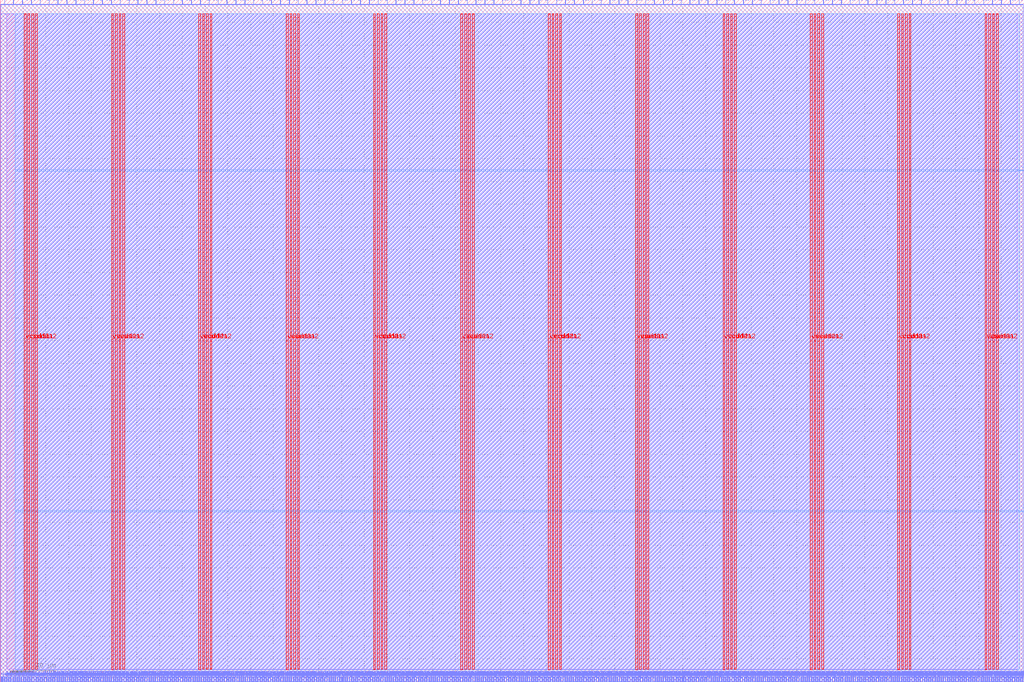
<source format=lef>
VERSION 5.7 ;
  NOWIREEXTENSIONATPIN ON ;
  DIVIDERCHAR "/" ;
  BUSBITCHARS "[]" ;
MACRO user_proj_example
  CLASS BLOCK ;
  FOREIGN user_proj_example ;
  ORIGIN 0.000 0.000 ;
  SIZE 900.000 BY 600.000 ;
  PIN io_in[0]
    DIRECTION INPUT ;
    USE SIGNAL ;
    PORT
      LAYER met2 ;
        RECT 3.770 596.000 4.050 600.000 ;
    END
  END io_in[0]
  PIN io_in[10]
    DIRECTION INPUT ;
    USE SIGNAL ;
    PORT
      LAYER met2 ;
        RECT 238.370 596.000 238.650 600.000 ;
    END
  END io_in[10]
  PIN io_in[11]
    DIRECTION INPUT ;
    USE SIGNAL ;
    PORT
      LAYER met2 ;
        RECT 261.830 596.000 262.110 600.000 ;
    END
  END io_in[11]
  PIN io_in[12]
    DIRECTION INPUT ;
    USE SIGNAL ;
    PORT
      LAYER met2 ;
        RECT 285.290 596.000 285.570 600.000 ;
    END
  END io_in[12]
  PIN io_in[13]
    DIRECTION INPUT ;
    USE SIGNAL ;
    PORT
      LAYER met2 ;
        RECT 308.750 596.000 309.030 600.000 ;
    END
  END io_in[13]
  PIN io_in[14]
    DIRECTION INPUT ;
    USE SIGNAL ;
    PORT
      LAYER met2 ;
        RECT 332.210 596.000 332.490 600.000 ;
    END
  END io_in[14]
  PIN io_in[15]
    DIRECTION INPUT ;
    USE SIGNAL ;
    PORT
      LAYER met2 ;
        RECT 355.670 596.000 355.950 600.000 ;
    END
  END io_in[15]
  PIN io_in[16]
    DIRECTION INPUT ;
    USE SIGNAL ;
    PORT
      LAYER met2 ;
        RECT 379.130 596.000 379.410 600.000 ;
    END
  END io_in[16]
  PIN io_in[17]
    DIRECTION INPUT ;
    USE SIGNAL ;
    PORT
      LAYER met2 ;
        RECT 402.590 596.000 402.870 600.000 ;
    END
  END io_in[17]
  PIN io_in[18]
    DIRECTION INPUT ;
    USE SIGNAL ;
    PORT
      LAYER met2 ;
        RECT 426.050 596.000 426.330 600.000 ;
    END
  END io_in[18]
  PIN io_in[19]
    DIRECTION INPUT ;
    USE SIGNAL ;
    PORT
      LAYER met2 ;
        RECT 449.510 596.000 449.790 600.000 ;
    END
  END io_in[19]
  PIN io_in[1]
    DIRECTION INPUT ;
    USE SIGNAL ;
    PORT
      LAYER met2 ;
        RECT 27.230 596.000 27.510 600.000 ;
    END
  END io_in[1]
  PIN io_in[20]
    DIRECTION INPUT ;
    USE SIGNAL ;
    PORT
      LAYER met2 ;
        RECT 473.430 596.000 473.710 600.000 ;
    END
  END io_in[20]
  PIN io_in[21]
    DIRECTION INPUT ;
    USE SIGNAL ;
    PORT
      LAYER met2 ;
        RECT 496.890 596.000 497.170 600.000 ;
    END
  END io_in[21]
  PIN io_in[22]
    DIRECTION INPUT ;
    USE SIGNAL ;
    PORT
      LAYER met2 ;
        RECT 520.350 596.000 520.630 600.000 ;
    END
  END io_in[22]
  PIN io_in[23]
    DIRECTION INPUT ;
    USE SIGNAL ;
    PORT
      LAYER met2 ;
        RECT 543.810 596.000 544.090 600.000 ;
    END
  END io_in[23]
  PIN io_in[24]
    DIRECTION INPUT ;
    USE SIGNAL ;
    PORT
      LAYER met2 ;
        RECT 567.270 596.000 567.550 600.000 ;
    END
  END io_in[24]
  PIN io_in[25]
    DIRECTION INPUT ;
    USE SIGNAL ;
    PORT
      LAYER met2 ;
        RECT 590.730 596.000 591.010 600.000 ;
    END
  END io_in[25]
  PIN io_in[26]
    DIRECTION INPUT ;
    USE SIGNAL ;
    PORT
      LAYER met2 ;
        RECT 614.190 596.000 614.470 600.000 ;
    END
  END io_in[26]
  PIN io_in[27]
    DIRECTION INPUT ;
    USE SIGNAL ;
    PORT
      LAYER met2 ;
        RECT 637.650 596.000 637.930 600.000 ;
    END
  END io_in[27]
  PIN io_in[28]
    DIRECTION INPUT ;
    USE SIGNAL ;
    PORT
      LAYER met2 ;
        RECT 661.110 596.000 661.390 600.000 ;
    END
  END io_in[28]
  PIN io_in[29]
    DIRECTION INPUT ;
    USE SIGNAL ;
    PORT
      LAYER met2 ;
        RECT 684.570 596.000 684.850 600.000 ;
    END
  END io_in[29]
  PIN io_in[2]
    DIRECTION INPUT ;
    USE SIGNAL ;
    PORT
      LAYER met2 ;
        RECT 50.690 596.000 50.970 600.000 ;
    END
  END io_in[2]
  PIN io_in[30]
    DIRECTION INPUT ;
    USE SIGNAL ;
    PORT
      LAYER met2 ;
        RECT 708.030 596.000 708.310 600.000 ;
    END
  END io_in[30]
  PIN io_in[31]
    DIRECTION INPUT ;
    USE SIGNAL ;
    PORT
      LAYER met2 ;
        RECT 731.490 596.000 731.770 600.000 ;
    END
  END io_in[31]
  PIN io_in[32]
    DIRECTION INPUT ;
    USE SIGNAL ;
    PORT
      LAYER met2 ;
        RECT 754.950 596.000 755.230 600.000 ;
    END
  END io_in[32]
  PIN io_in[33]
    DIRECTION INPUT ;
    USE SIGNAL ;
    PORT
      LAYER met2 ;
        RECT 778.410 596.000 778.690 600.000 ;
    END
  END io_in[33]
  PIN io_in[34]
    DIRECTION INPUT ;
    USE SIGNAL ;
    PORT
      LAYER met2 ;
        RECT 801.870 596.000 802.150 600.000 ;
    END
  END io_in[34]
  PIN io_in[35]
    DIRECTION INPUT ;
    USE SIGNAL ;
    PORT
      LAYER met2 ;
        RECT 825.330 596.000 825.610 600.000 ;
    END
  END io_in[35]
  PIN io_in[36]
    DIRECTION INPUT ;
    USE SIGNAL ;
    PORT
      LAYER met2 ;
        RECT 848.790 596.000 849.070 600.000 ;
    END
  END io_in[36]
  PIN io_in[37]
    DIRECTION INPUT ;
    USE SIGNAL ;
    PORT
      LAYER met2 ;
        RECT 872.250 596.000 872.530 600.000 ;
    END
  END io_in[37]
  PIN io_in[3]
    DIRECTION INPUT ;
    USE SIGNAL ;
    PORT
      LAYER met2 ;
        RECT 74.150 596.000 74.430 600.000 ;
    END
  END io_in[3]
  PIN io_in[4]
    DIRECTION INPUT ;
    USE SIGNAL ;
    PORT
      LAYER met2 ;
        RECT 97.610 596.000 97.890 600.000 ;
    END
  END io_in[4]
  PIN io_in[5]
    DIRECTION INPUT ;
    USE SIGNAL ;
    PORT
      LAYER met2 ;
        RECT 121.070 596.000 121.350 600.000 ;
    END
  END io_in[5]
  PIN io_in[6]
    DIRECTION INPUT ;
    USE SIGNAL ;
    PORT
      LAYER met2 ;
        RECT 144.530 596.000 144.810 600.000 ;
    END
  END io_in[6]
  PIN io_in[7]
    DIRECTION INPUT ;
    USE SIGNAL ;
    PORT
      LAYER met2 ;
        RECT 167.990 596.000 168.270 600.000 ;
    END
  END io_in[7]
  PIN io_in[8]
    DIRECTION INPUT ;
    USE SIGNAL ;
    PORT
      LAYER met2 ;
        RECT 191.450 596.000 191.730 600.000 ;
    END
  END io_in[8]
  PIN io_in[9]
    DIRECTION INPUT ;
    USE SIGNAL ;
    PORT
      LAYER met2 ;
        RECT 214.910 596.000 215.190 600.000 ;
    END
  END io_in[9]
  PIN io_oeb[0]
    DIRECTION OUTPUT TRISTATE ;
    USE SIGNAL ;
    PORT
      LAYER met2 ;
        RECT 11.590 596.000 11.870 600.000 ;
    END
  END io_oeb[0]
  PIN io_oeb[10]
    DIRECTION OUTPUT TRISTATE ;
    USE SIGNAL ;
    PORT
      LAYER met2 ;
        RECT 246.190 596.000 246.470 600.000 ;
    END
  END io_oeb[10]
  PIN io_oeb[11]
    DIRECTION OUTPUT TRISTATE ;
    USE SIGNAL ;
    PORT
      LAYER met2 ;
        RECT 269.650 596.000 269.930 600.000 ;
    END
  END io_oeb[11]
  PIN io_oeb[12]
    DIRECTION OUTPUT TRISTATE ;
    USE SIGNAL ;
    PORT
      LAYER met2 ;
        RECT 293.110 596.000 293.390 600.000 ;
    END
  END io_oeb[12]
  PIN io_oeb[13]
    DIRECTION OUTPUT TRISTATE ;
    USE SIGNAL ;
    PORT
      LAYER met2 ;
        RECT 316.570 596.000 316.850 600.000 ;
    END
  END io_oeb[13]
  PIN io_oeb[14]
    DIRECTION OUTPUT TRISTATE ;
    USE SIGNAL ;
    PORT
      LAYER met2 ;
        RECT 340.030 596.000 340.310 600.000 ;
    END
  END io_oeb[14]
  PIN io_oeb[15]
    DIRECTION OUTPUT TRISTATE ;
    USE SIGNAL ;
    PORT
      LAYER met2 ;
        RECT 363.490 596.000 363.770 600.000 ;
    END
  END io_oeb[15]
  PIN io_oeb[16]
    DIRECTION OUTPUT TRISTATE ;
    USE SIGNAL ;
    PORT
      LAYER met2 ;
        RECT 386.950 596.000 387.230 600.000 ;
    END
  END io_oeb[16]
  PIN io_oeb[17]
    DIRECTION OUTPUT TRISTATE ;
    USE SIGNAL ;
    PORT
      LAYER met2 ;
        RECT 410.410 596.000 410.690 600.000 ;
    END
  END io_oeb[17]
  PIN io_oeb[18]
    DIRECTION OUTPUT TRISTATE ;
    USE SIGNAL ;
    PORT
      LAYER met2 ;
        RECT 433.870 596.000 434.150 600.000 ;
    END
  END io_oeb[18]
  PIN io_oeb[19]
    DIRECTION OUTPUT TRISTATE ;
    USE SIGNAL ;
    PORT
      LAYER met2 ;
        RECT 457.790 596.000 458.070 600.000 ;
    END
  END io_oeb[19]
  PIN io_oeb[1]
    DIRECTION OUTPUT TRISTATE ;
    USE SIGNAL ;
    PORT
      LAYER met2 ;
        RECT 35.050 596.000 35.330 600.000 ;
    END
  END io_oeb[1]
  PIN io_oeb[20]
    DIRECTION OUTPUT TRISTATE ;
    USE SIGNAL ;
    PORT
      LAYER met2 ;
        RECT 481.250 596.000 481.530 600.000 ;
    END
  END io_oeb[20]
  PIN io_oeb[21]
    DIRECTION OUTPUT TRISTATE ;
    USE SIGNAL ;
    PORT
      LAYER met2 ;
        RECT 504.710 596.000 504.990 600.000 ;
    END
  END io_oeb[21]
  PIN io_oeb[22]
    DIRECTION OUTPUT TRISTATE ;
    USE SIGNAL ;
    PORT
      LAYER met2 ;
        RECT 528.170 596.000 528.450 600.000 ;
    END
  END io_oeb[22]
  PIN io_oeb[23]
    DIRECTION OUTPUT TRISTATE ;
    USE SIGNAL ;
    PORT
      LAYER met2 ;
        RECT 551.630 596.000 551.910 600.000 ;
    END
  END io_oeb[23]
  PIN io_oeb[24]
    DIRECTION OUTPUT TRISTATE ;
    USE SIGNAL ;
    PORT
      LAYER met2 ;
        RECT 575.090 596.000 575.370 600.000 ;
    END
  END io_oeb[24]
  PIN io_oeb[25]
    DIRECTION OUTPUT TRISTATE ;
    USE SIGNAL ;
    PORT
      LAYER met2 ;
        RECT 598.550 596.000 598.830 600.000 ;
    END
  END io_oeb[25]
  PIN io_oeb[26]
    DIRECTION OUTPUT TRISTATE ;
    USE SIGNAL ;
    PORT
      LAYER met2 ;
        RECT 622.010 596.000 622.290 600.000 ;
    END
  END io_oeb[26]
  PIN io_oeb[27]
    DIRECTION OUTPUT TRISTATE ;
    USE SIGNAL ;
    PORT
      LAYER met2 ;
        RECT 645.470 596.000 645.750 600.000 ;
    END
  END io_oeb[27]
  PIN io_oeb[28]
    DIRECTION OUTPUT TRISTATE ;
    USE SIGNAL ;
    PORT
      LAYER met2 ;
        RECT 668.930 596.000 669.210 600.000 ;
    END
  END io_oeb[28]
  PIN io_oeb[29]
    DIRECTION OUTPUT TRISTATE ;
    USE SIGNAL ;
    PORT
      LAYER met2 ;
        RECT 692.390 596.000 692.670 600.000 ;
    END
  END io_oeb[29]
  PIN io_oeb[2]
    DIRECTION OUTPUT TRISTATE ;
    USE SIGNAL ;
    PORT
      LAYER met2 ;
        RECT 58.510 596.000 58.790 600.000 ;
    END
  END io_oeb[2]
  PIN io_oeb[30]
    DIRECTION OUTPUT TRISTATE ;
    USE SIGNAL ;
    PORT
      LAYER met2 ;
        RECT 715.850 596.000 716.130 600.000 ;
    END
  END io_oeb[30]
  PIN io_oeb[31]
    DIRECTION OUTPUT TRISTATE ;
    USE SIGNAL ;
    PORT
      LAYER met2 ;
        RECT 739.310 596.000 739.590 600.000 ;
    END
  END io_oeb[31]
  PIN io_oeb[32]
    DIRECTION OUTPUT TRISTATE ;
    USE SIGNAL ;
    PORT
      LAYER met2 ;
        RECT 762.770 596.000 763.050 600.000 ;
    END
  END io_oeb[32]
  PIN io_oeb[33]
    DIRECTION OUTPUT TRISTATE ;
    USE SIGNAL ;
    PORT
      LAYER met2 ;
        RECT 786.230 596.000 786.510 600.000 ;
    END
  END io_oeb[33]
  PIN io_oeb[34]
    DIRECTION OUTPUT TRISTATE ;
    USE SIGNAL ;
    PORT
      LAYER met2 ;
        RECT 809.690 596.000 809.970 600.000 ;
    END
  END io_oeb[34]
  PIN io_oeb[35]
    DIRECTION OUTPUT TRISTATE ;
    USE SIGNAL ;
    PORT
      LAYER met2 ;
        RECT 833.150 596.000 833.430 600.000 ;
    END
  END io_oeb[35]
  PIN io_oeb[36]
    DIRECTION OUTPUT TRISTATE ;
    USE SIGNAL ;
    PORT
      LAYER met2 ;
        RECT 856.610 596.000 856.890 600.000 ;
    END
  END io_oeb[36]
  PIN io_oeb[37]
    DIRECTION OUTPUT TRISTATE ;
    USE SIGNAL ;
    PORT
      LAYER met2 ;
        RECT 880.070 596.000 880.350 600.000 ;
    END
  END io_oeb[37]
  PIN io_oeb[3]
    DIRECTION OUTPUT TRISTATE ;
    USE SIGNAL ;
    PORT
      LAYER met2 ;
        RECT 81.970 596.000 82.250 600.000 ;
    END
  END io_oeb[3]
  PIN io_oeb[4]
    DIRECTION OUTPUT TRISTATE ;
    USE SIGNAL ;
    PORT
      LAYER met2 ;
        RECT 105.430 596.000 105.710 600.000 ;
    END
  END io_oeb[4]
  PIN io_oeb[5]
    DIRECTION OUTPUT TRISTATE ;
    USE SIGNAL ;
    PORT
      LAYER met2 ;
        RECT 128.890 596.000 129.170 600.000 ;
    END
  END io_oeb[5]
  PIN io_oeb[6]
    DIRECTION OUTPUT TRISTATE ;
    USE SIGNAL ;
    PORT
      LAYER met2 ;
        RECT 152.350 596.000 152.630 600.000 ;
    END
  END io_oeb[6]
  PIN io_oeb[7]
    DIRECTION OUTPUT TRISTATE ;
    USE SIGNAL ;
    PORT
      LAYER met2 ;
        RECT 175.810 596.000 176.090 600.000 ;
    END
  END io_oeb[7]
  PIN io_oeb[8]
    DIRECTION OUTPUT TRISTATE ;
    USE SIGNAL ;
    PORT
      LAYER met2 ;
        RECT 199.270 596.000 199.550 600.000 ;
    END
  END io_oeb[8]
  PIN io_oeb[9]
    DIRECTION OUTPUT TRISTATE ;
    USE SIGNAL ;
    PORT
      LAYER met2 ;
        RECT 222.730 596.000 223.010 600.000 ;
    END
  END io_oeb[9]
  PIN io_out[0]
    DIRECTION OUTPUT TRISTATE ;
    USE SIGNAL ;
    PORT
      LAYER met2 ;
        RECT 19.410 596.000 19.690 600.000 ;
    END
  END io_out[0]
  PIN io_out[10]
    DIRECTION OUTPUT TRISTATE ;
    USE SIGNAL ;
    PORT
      LAYER met2 ;
        RECT 254.010 596.000 254.290 600.000 ;
    END
  END io_out[10]
  PIN io_out[11]
    DIRECTION OUTPUT TRISTATE ;
    USE SIGNAL ;
    PORT
      LAYER met2 ;
        RECT 277.470 596.000 277.750 600.000 ;
    END
  END io_out[11]
  PIN io_out[12]
    DIRECTION OUTPUT TRISTATE ;
    USE SIGNAL ;
    PORT
      LAYER met2 ;
        RECT 300.930 596.000 301.210 600.000 ;
    END
  END io_out[12]
  PIN io_out[13]
    DIRECTION OUTPUT TRISTATE ;
    USE SIGNAL ;
    PORT
      LAYER met2 ;
        RECT 324.390 596.000 324.670 600.000 ;
    END
  END io_out[13]
  PIN io_out[14]
    DIRECTION OUTPUT TRISTATE ;
    USE SIGNAL ;
    PORT
      LAYER met2 ;
        RECT 347.850 596.000 348.130 600.000 ;
    END
  END io_out[14]
  PIN io_out[15]
    DIRECTION OUTPUT TRISTATE ;
    USE SIGNAL ;
    PORT
      LAYER met2 ;
        RECT 371.310 596.000 371.590 600.000 ;
    END
  END io_out[15]
  PIN io_out[16]
    DIRECTION OUTPUT TRISTATE ;
    USE SIGNAL ;
    PORT
      LAYER met2 ;
        RECT 394.770 596.000 395.050 600.000 ;
    END
  END io_out[16]
  PIN io_out[17]
    DIRECTION OUTPUT TRISTATE ;
    USE SIGNAL ;
    PORT
      LAYER met2 ;
        RECT 418.230 596.000 418.510 600.000 ;
    END
  END io_out[17]
  PIN io_out[18]
    DIRECTION OUTPUT TRISTATE ;
    USE SIGNAL ;
    PORT
      LAYER met2 ;
        RECT 441.690 596.000 441.970 600.000 ;
    END
  END io_out[18]
  PIN io_out[19]
    DIRECTION OUTPUT TRISTATE ;
    USE SIGNAL ;
    PORT
      LAYER met2 ;
        RECT 465.610 596.000 465.890 600.000 ;
    END
  END io_out[19]
  PIN io_out[1]
    DIRECTION OUTPUT TRISTATE ;
    USE SIGNAL ;
    PORT
      LAYER met2 ;
        RECT 42.870 596.000 43.150 600.000 ;
    END
  END io_out[1]
  PIN io_out[20]
    DIRECTION OUTPUT TRISTATE ;
    USE SIGNAL ;
    PORT
      LAYER met2 ;
        RECT 489.070 596.000 489.350 600.000 ;
    END
  END io_out[20]
  PIN io_out[21]
    DIRECTION OUTPUT TRISTATE ;
    USE SIGNAL ;
    PORT
      LAYER met2 ;
        RECT 512.530 596.000 512.810 600.000 ;
    END
  END io_out[21]
  PIN io_out[22]
    DIRECTION OUTPUT TRISTATE ;
    USE SIGNAL ;
    PORT
      LAYER met2 ;
        RECT 535.990 596.000 536.270 600.000 ;
    END
  END io_out[22]
  PIN io_out[23]
    DIRECTION OUTPUT TRISTATE ;
    USE SIGNAL ;
    PORT
      LAYER met2 ;
        RECT 559.450 596.000 559.730 600.000 ;
    END
  END io_out[23]
  PIN io_out[24]
    DIRECTION OUTPUT TRISTATE ;
    USE SIGNAL ;
    PORT
      LAYER met2 ;
        RECT 582.910 596.000 583.190 600.000 ;
    END
  END io_out[24]
  PIN io_out[25]
    DIRECTION OUTPUT TRISTATE ;
    USE SIGNAL ;
    PORT
      LAYER met2 ;
        RECT 606.370 596.000 606.650 600.000 ;
    END
  END io_out[25]
  PIN io_out[26]
    DIRECTION OUTPUT TRISTATE ;
    USE SIGNAL ;
    PORT
      LAYER met2 ;
        RECT 629.830 596.000 630.110 600.000 ;
    END
  END io_out[26]
  PIN io_out[27]
    DIRECTION OUTPUT TRISTATE ;
    USE SIGNAL ;
    PORT
      LAYER met2 ;
        RECT 653.290 596.000 653.570 600.000 ;
    END
  END io_out[27]
  PIN io_out[28]
    DIRECTION OUTPUT TRISTATE ;
    USE SIGNAL ;
    PORT
      LAYER met2 ;
        RECT 676.750 596.000 677.030 600.000 ;
    END
  END io_out[28]
  PIN io_out[29]
    DIRECTION OUTPUT TRISTATE ;
    USE SIGNAL ;
    PORT
      LAYER met2 ;
        RECT 700.210 596.000 700.490 600.000 ;
    END
  END io_out[29]
  PIN io_out[2]
    DIRECTION OUTPUT TRISTATE ;
    USE SIGNAL ;
    PORT
      LAYER met2 ;
        RECT 66.330 596.000 66.610 600.000 ;
    END
  END io_out[2]
  PIN io_out[30]
    DIRECTION OUTPUT TRISTATE ;
    USE SIGNAL ;
    PORT
      LAYER met2 ;
        RECT 723.670 596.000 723.950 600.000 ;
    END
  END io_out[30]
  PIN io_out[31]
    DIRECTION OUTPUT TRISTATE ;
    USE SIGNAL ;
    PORT
      LAYER met2 ;
        RECT 747.130 596.000 747.410 600.000 ;
    END
  END io_out[31]
  PIN io_out[32]
    DIRECTION OUTPUT TRISTATE ;
    USE SIGNAL ;
    PORT
      LAYER met2 ;
        RECT 770.590 596.000 770.870 600.000 ;
    END
  END io_out[32]
  PIN io_out[33]
    DIRECTION OUTPUT TRISTATE ;
    USE SIGNAL ;
    PORT
      LAYER met2 ;
        RECT 794.050 596.000 794.330 600.000 ;
    END
  END io_out[33]
  PIN io_out[34]
    DIRECTION OUTPUT TRISTATE ;
    USE SIGNAL ;
    PORT
      LAYER met2 ;
        RECT 817.510 596.000 817.790 600.000 ;
    END
  END io_out[34]
  PIN io_out[35]
    DIRECTION OUTPUT TRISTATE ;
    USE SIGNAL ;
    PORT
      LAYER met2 ;
        RECT 840.970 596.000 841.250 600.000 ;
    END
  END io_out[35]
  PIN io_out[36]
    DIRECTION OUTPUT TRISTATE ;
    USE SIGNAL ;
    PORT
      LAYER met2 ;
        RECT 864.430 596.000 864.710 600.000 ;
    END
  END io_out[36]
  PIN io_out[37]
    DIRECTION OUTPUT TRISTATE ;
    USE SIGNAL ;
    PORT
      LAYER met2 ;
        RECT 887.890 596.000 888.170 600.000 ;
    END
  END io_out[37]
  PIN io_out[3]
    DIRECTION OUTPUT TRISTATE ;
    USE SIGNAL ;
    PORT
      LAYER met2 ;
        RECT 89.790 596.000 90.070 600.000 ;
    END
  END io_out[3]
  PIN io_out[4]
    DIRECTION OUTPUT TRISTATE ;
    USE SIGNAL ;
    PORT
      LAYER met2 ;
        RECT 113.250 596.000 113.530 600.000 ;
    END
  END io_out[4]
  PIN io_out[5]
    DIRECTION OUTPUT TRISTATE ;
    USE SIGNAL ;
    PORT
      LAYER met2 ;
        RECT 136.710 596.000 136.990 600.000 ;
    END
  END io_out[5]
  PIN io_out[6]
    DIRECTION OUTPUT TRISTATE ;
    USE SIGNAL ;
    PORT
      LAYER met2 ;
        RECT 160.170 596.000 160.450 600.000 ;
    END
  END io_out[6]
  PIN io_out[7]
    DIRECTION OUTPUT TRISTATE ;
    USE SIGNAL ;
    PORT
      LAYER met2 ;
        RECT 183.630 596.000 183.910 600.000 ;
    END
  END io_out[7]
  PIN io_out[8]
    DIRECTION OUTPUT TRISTATE ;
    USE SIGNAL ;
    PORT
      LAYER met2 ;
        RECT 207.090 596.000 207.370 600.000 ;
    END
  END io_out[8]
  PIN io_out[9]
    DIRECTION OUTPUT TRISTATE ;
    USE SIGNAL ;
    PORT
      LAYER met2 ;
        RECT 230.550 596.000 230.830 600.000 ;
    END
  END io_out[9]
  PIN irq[0]
    DIRECTION OUTPUT TRISTATE ;
    USE SIGNAL ;
    PORT
      LAYER met3 ;
        RECT 896.000 149.640 900.000 150.240 ;
    END
  END irq[0]
  PIN irq[1]
    DIRECTION OUTPUT TRISTATE ;
    USE SIGNAL ;
    PORT
      LAYER met2 ;
        RECT 895.710 596.000 895.990 600.000 ;
    END
  END irq[1]
  PIN irq[2]
    DIRECTION OUTPUT TRISTATE ;
    USE SIGNAL ;
    PORT
      LAYER met3 ;
        RECT 896.000 449.520 900.000 450.120 ;
    END
  END irq[2]
  PIN la_data_in[0]
    DIRECTION INPUT ;
    USE SIGNAL ;
    PORT
      LAYER met2 ;
        RECT 195.130 0.000 195.410 4.000 ;
    END
  END la_data_in[0]
  PIN la_data_in[100]
    DIRECTION INPUT ;
    USE SIGNAL ;
    PORT
      LAYER met2 ;
        RECT 746.210 0.000 746.490 4.000 ;
    END
  END la_data_in[100]
  PIN la_data_in[101]
    DIRECTION INPUT ;
    USE SIGNAL ;
    PORT
      LAYER met2 ;
        RECT 751.730 0.000 752.010 4.000 ;
    END
  END la_data_in[101]
  PIN la_data_in[102]
    DIRECTION INPUT ;
    USE SIGNAL ;
    PORT
      LAYER met2 ;
        RECT 757.250 0.000 757.530 4.000 ;
    END
  END la_data_in[102]
  PIN la_data_in[103]
    DIRECTION INPUT ;
    USE SIGNAL ;
    PORT
      LAYER met2 ;
        RECT 762.770 0.000 763.050 4.000 ;
    END
  END la_data_in[103]
  PIN la_data_in[104]
    DIRECTION INPUT ;
    USE SIGNAL ;
    PORT
      LAYER met2 ;
        RECT 768.290 0.000 768.570 4.000 ;
    END
  END la_data_in[104]
  PIN la_data_in[105]
    DIRECTION INPUT ;
    USE SIGNAL ;
    PORT
      LAYER met2 ;
        RECT 773.810 0.000 774.090 4.000 ;
    END
  END la_data_in[105]
  PIN la_data_in[106]
    DIRECTION INPUT ;
    USE SIGNAL ;
    PORT
      LAYER met2 ;
        RECT 779.330 0.000 779.610 4.000 ;
    END
  END la_data_in[106]
  PIN la_data_in[107]
    DIRECTION INPUT ;
    USE SIGNAL ;
    PORT
      LAYER met2 ;
        RECT 784.850 0.000 785.130 4.000 ;
    END
  END la_data_in[107]
  PIN la_data_in[108]
    DIRECTION INPUT ;
    USE SIGNAL ;
    PORT
      LAYER met2 ;
        RECT 790.370 0.000 790.650 4.000 ;
    END
  END la_data_in[108]
  PIN la_data_in[109]
    DIRECTION INPUT ;
    USE SIGNAL ;
    PORT
      LAYER met2 ;
        RECT 795.890 0.000 796.170 4.000 ;
    END
  END la_data_in[109]
  PIN la_data_in[10]
    DIRECTION INPUT ;
    USE SIGNAL ;
    PORT
      LAYER met2 ;
        RECT 250.330 0.000 250.610 4.000 ;
    END
  END la_data_in[10]
  PIN la_data_in[110]
    DIRECTION INPUT ;
    USE SIGNAL ;
    PORT
      LAYER met2 ;
        RECT 801.410 0.000 801.690 4.000 ;
    END
  END la_data_in[110]
  PIN la_data_in[111]
    DIRECTION INPUT ;
    USE SIGNAL ;
    PORT
      LAYER met2 ;
        RECT 806.930 0.000 807.210 4.000 ;
    END
  END la_data_in[111]
  PIN la_data_in[112]
    DIRECTION INPUT ;
    USE SIGNAL ;
    PORT
      LAYER met2 ;
        RECT 812.450 0.000 812.730 4.000 ;
    END
  END la_data_in[112]
  PIN la_data_in[113]
    DIRECTION INPUT ;
    USE SIGNAL ;
    PORT
      LAYER met2 ;
        RECT 817.970 0.000 818.250 4.000 ;
    END
  END la_data_in[113]
  PIN la_data_in[114]
    DIRECTION INPUT ;
    USE SIGNAL ;
    PORT
      LAYER met2 ;
        RECT 823.490 0.000 823.770 4.000 ;
    END
  END la_data_in[114]
  PIN la_data_in[115]
    DIRECTION INPUT ;
    USE SIGNAL ;
    PORT
      LAYER met2 ;
        RECT 829.010 0.000 829.290 4.000 ;
    END
  END la_data_in[115]
  PIN la_data_in[116]
    DIRECTION INPUT ;
    USE SIGNAL ;
    PORT
      LAYER met2 ;
        RECT 834.530 0.000 834.810 4.000 ;
    END
  END la_data_in[116]
  PIN la_data_in[117]
    DIRECTION INPUT ;
    USE SIGNAL ;
    PORT
      LAYER met2 ;
        RECT 840.050 0.000 840.330 4.000 ;
    END
  END la_data_in[117]
  PIN la_data_in[118]
    DIRECTION INPUT ;
    USE SIGNAL ;
    PORT
      LAYER met2 ;
        RECT 845.570 0.000 845.850 4.000 ;
    END
  END la_data_in[118]
  PIN la_data_in[119]
    DIRECTION INPUT ;
    USE SIGNAL ;
    PORT
      LAYER met2 ;
        RECT 851.090 0.000 851.370 4.000 ;
    END
  END la_data_in[119]
  PIN la_data_in[11]
    DIRECTION INPUT ;
    USE SIGNAL ;
    PORT
      LAYER met2 ;
        RECT 255.850 0.000 256.130 4.000 ;
    END
  END la_data_in[11]
  PIN la_data_in[120]
    DIRECTION INPUT ;
    USE SIGNAL ;
    PORT
      LAYER met2 ;
        RECT 856.610 0.000 856.890 4.000 ;
    END
  END la_data_in[120]
  PIN la_data_in[121]
    DIRECTION INPUT ;
    USE SIGNAL ;
    PORT
      LAYER met2 ;
        RECT 862.130 0.000 862.410 4.000 ;
    END
  END la_data_in[121]
  PIN la_data_in[122]
    DIRECTION INPUT ;
    USE SIGNAL ;
    PORT
      LAYER met2 ;
        RECT 867.650 0.000 867.930 4.000 ;
    END
  END la_data_in[122]
  PIN la_data_in[123]
    DIRECTION INPUT ;
    USE SIGNAL ;
    PORT
      LAYER met2 ;
        RECT 873.170 0.000 873.450 4.000 ;
    END
  END la_data_in[123]
  PIN la_data_in[124]
    DIRECTION INPUT ;
    USE SIGNAL ;
    PORT
      LAYER met2 ;
        RECT 878.690 0.000 878.970 4.000 ;
    END
  END la_data_in[124]
  PIN la_data_in[125]
    DIRECTION INPUT ;
    USE SIGNAL ;
    PORT
      LAYER met2 ;
        RECT 884.210 0.000 884.490 4.000 ;
    END
  END la_data_in[125]
  PIN la_data_in[126]
    DIRECTION INPUT ;
    USE SIGNAL ;
    PORT
      LAYER met2 ;
        RECT 889.730 0.000 890.010 4.000 ;
    END
  END la_data_in[126]
  PIN la_data_in[127]
    DIRECTION INPUT ;
    USE SIGNAL ;
    PORT
      LAYER met2 ;
        RECT 895.250 0.000 895.530 4.000 ;
    END
  END la_data_in[127]
  PIN la_data_in[12]
    DIRECTION INPUT ;
    USE SIGNAL ;
    PORT
      LAYER met2 ;
        RECT 261.370 0.000 261.650 4.000 ;
    END
  END la_data_in[12]
  PIN la_data_in[13]
    DIRECTION INPUT ;
    USE SIGNAL ;
    PORT
      LAYER met2 ;
        RECT 266.890 0.000 267.170 4.000 ;
    END
  END la_data_in[13]
  PIN la_data_in[14]
    DIRECTION INPUT ;
    USE SIGNAL ;
    PORT
      LAYER met2 ;
        RECT 272.410 0.000 272.690 4.000 ;
    END
  END la_data_in[14]
  PIN la_data_in[15]
    DIRECTION INPUT ;
    USE SIGNAL ;
    PORT
      LAYER met2 ;
        RECT 277.930 0.000 278.210 4.000 ;
    END
  END la_data_in[15]
  PIN la_data_in[16]
    DIRECTION INPUT ;
    USE SIGNAL ;
    PORT
      LAYER met2 ;
        RECT 283.450 0.000 283.730 4.000 ;
    END
  END la_data_in[16]
  PIN la_data_in[17]
    DIRECTION INPUT ;
    USE SIGNAL ;
    PORT
      LAYER met2 ;
        RECT 288.970 0.000 289.250 4.000 ;
    END
  END la_data_in[17]
  PIN la_data_in[18]
    DIRECTION INPUT ;
    USE SIGNAL ;
    PORT
      LAYER met2 ;
        RECT 294.490 0.000 294.770 4.000 ;
    END
  END la_data_in[18]
  PIN la_data_in[19]
    DIRECTION INPUT ;
    USE SIGNAL ;
    PORT
      LAYER met2 ;
        RECT 300.010 0.000 300.290 4.000 ;
    END
  END la_data_in[19]
  PIN la_data_in[1]
    DIRECTION INPUT ;
    USE SIGNAL ;
    PORT
      LAYER met2 ;
        RECT 200.650 0.000 200.930 4.000 ;
    END
  END la_data_in[1]
  PIN la_data_in[20]
    DIRECTION INPUT ;
    USE SIGNAL ;
    PORT
      LAYER met2 ;
        RECT 305.070 0.000 305.350 4.000 ;
    END
  END la_data_in[20]
  PIN la_data_in[21]
    DIRECTION INPUT ;
    USE SIGNAL ;
    PORT
      LAYER met2 ;
        RECT 310.590 0.000 310.870 4.000 ;
    END
  END la_data_in[21]
  PIN la_data_in[22]
    DIRECTION INPUT ;
    USE SIGNAL ;
    PORT
      LAYER met2 ;
        RECT 316.110 0.000 316.390 4.000 ;
    END
  END la_data_in[22]
  PIN la_data_in[23]
    DIRECTION INPUT ;
    USE SIGNAL ;
    PORT
      LAYER met2 ;
        RECT 321.630 0.000 321.910 4.000 ;
    END
  END la_data_in[23]
  PIN la_data_in[24]
    DIRECTION INPUT ;
    USE SIGNAL ;
    PORT
      LAYER met2 ;
        RECT 327.150 0.000 327.430 4.000 ;
    END
  END la_data_in[24]
  PIN la_data_in[25]
    DIRECTION INPUT ;
    USE SIGNAL ;
    PORT
      LAYER met2 ;
        RECT 332.670 0.000 332.950 4.000 ;
    END
  END la_data_in[25]
  PIN la_data_in[26]
    DIRECTION INPUT ;
    USE SIGNAL ;
    PORT
      LAYER met2 ;
        RECT 338.190 0.000 338.470 4.000 ;
    END
  END la_data_in[26]
  PIN la_data_in[27]
    DIRECTION INPUT ;
    USE SIGNAL ;
    PORT
      LAYER met2 ;
        RECT 343.710 0.000 343.990 4.000 ;
    END
  END la_data_in[27]
  PIN la_data_in[28]
    DIRECTION INPUT ;
    USE SIGNAL ;
    PORT
      LAYER met2 ;
        RECT 349.230 0.000 349.510 4.000 ;
    END
  END la_data_in[28]
  PIN la_data_in[29]
    DIRECTION INPUT ;
    USE SIGNAL ;
    PORT
      LAYER met2 ;
        RECT 354.750 0.000 355.030 4.000 ;
    END
  END la_data_in[29]
  PIN la_data_in[2]
    DIRECTION INPUT ;
    USE SIGNAL ;
    PORT
      LAYER met2 ;
        RECT 206.170 0.000 206.450 4.000 ;
    END
  END la_data_in[2]
  PIN la_data_in[30]
    DIRECTION INPUT ;
    USE SIGNAL ;
    PORT
      LAYER met2 ;
        RECT 360.270 0.000 360.550 4.000 ;
    END
  END la_data_in[30]
  PIN la_data_in[31]
    DIRECTION INPUT ;
    USE SIGNAL ;
    PORT
      LAYER met2 ;
        RECT 365.790 0.000 366.070 4.000 ;
    END
  END la_data_in[31]
  PIN la_data_in[32]
    DIRECTION INPUT ;
    USE SIGNAL ;
    PORT
      LAYER met2 ;
        RECT 371.310 0.000 371.590 4.000 ;
    END
  END la_data_in[32]
  PIN la_data_in[33]
    DIRECTION INPUT ;
    USE SIGNAL ;
    PORT
      LAYER met2 ;
        RECT 376.830 0.000 377.110 4.000 ;
    END
  END la_data_in[33]
  PIN la_data_in[34]
    DIRECTION INPUT ;
    USE SIGNAL ;
    PORT
      LAYER met2 ;
        RECT 382.350 0.000 382.630 4.000 ;
    END
  END la_data_in[34]
  PIN la_data_in[35]
    DIRECTION INPUT ;
    USE SIGNAL ;
    PORT
      LAYER met2 ;
        RECT 387.870 0.000 388.150 4.000 ;
    END
  END la_data_in[35]
  PIN la_data_in[36]
    DIRECTION INPUT ;
    USE SIGNAL ;
    PORT
      LAYER met2 ;
        RECT 393.390 0.000 393.670 4.000 ;
    END
  END la_data_in[36]
  PIN la_data_in[37]
    DIRECTION INPUT ;
    USE SIGNAL ;
    PORT
      LAYER met2 ;
        RECT 398.910 0.000 399.190 4.000 ;
    END
  END la_data_in[37]
  PIN la_data_in[38]
    DIRECTION INPUT ;
    USE SIGNAL ;
    PORT
      LAYER met2 ;
        RECT 404.430 0.000 404.710 4.000 ;
    END
  END la_data_in[38]
  PIN la_data_in[39]
    DIRECTION INPUT ;
    USE SIGNAL ;
    PORT
      LAYER met2 ;
        RECT 409.950 0.000 410.230 4.000 ;
    END
  END la_data_in[39]
  PIN la_data_in[3]
    DIRECTION INPUT ;
    USE SIGNAL ;
    PORT
      LAYER met2 ;
        RECT 211.690 0.000 211.970 4.000 ;
    END
  END la_data_in[3]
  PIN la_data_in[40]
    DIRECTION INPUT ;
    USE SIGNAL ;
    PORT
      LAYER met2 ;
        RECT 415.470 0.000 415.750 4.000 ;
    END
  END la_data_in[40]
  PIN la_data_in[41]
    DIRECTION INPUT ;
    USE SIGNAL ;
    PORT
      LAYER met2 ;
        RECT 420.990 0.000 421.270 4.000 ;
    END
  END la_data_in[41]
  PIN la_data_in[42]
    DIRECTION INPUT ;
    USE SIGNAL ;
    PORT
      LAYER met2 ;
        RECT 426.510 0.000 426.790 4.000 ;
    END
  END la_data_in[42]
  PIN la_data_in[43]
    DIRECTION INPUT ;
    USE SIGNAL ;
    PORT
      LAYER met2 ;
        RECT 432.030 0.000 432.310 4.000 ;
    END
  END la_data_in[43]
  PIN la_data_in[44]
    DIRECTION INPUT ;
    USE SIGNAL ;
    PORT
      LAYER met2 ;
        RECT 437.550 0.000 437.830 4.000 ;
    END
  END la_data_in[44]
  PIN la_data_in[45]
    DIRECTION INPUT ;
    USE SIGNAL ;
    PORT
      LAYER met2 ;
        RECT 443.070 0.000 443.350 4.000 ;
    END
  END la_data_in[45]
  PIN la_data_in[46]
    DIRECTION INPUT ;
    USE SIGNAL ;
    PORT
      LAYER met2 ;
        RECT 448.590 0.000 448.870 4.000 ;
    END
  END la_data_in[46]
  PIN la_data_in[47]
    DIRECTION INPUT ;
    USE SIGNAL ;
    PORT
      LAYER met2 ;
        RECT 454.110 0.000 454.390 4.000 ;
    END
  END la_data_in[47]
  PIN la_data_in[48]
    DIRECTION INPUT ;
    USE SIGNAL ;
    PORT
      LAYER met2 ;
        RECT 459.630 0.000 459.910 4.000 ;
    END
  END la_data_in[48]
  PIN la_data_in[49]
    DIRECTION INPUT ;
    USE SIGNAL ;
    PORT
      LAYER met2 ;
        RECT 465.150 0.000 465.430 4.000 ;
    END
  END la_data_in[49]
  PIN la_data_in[4]
    DIRECTION INPUT ;
    USE SIGNAL ;
    PORT
      LAYER met2 ;
        RECT 217.210 0.000 217.490 4.000 ;
    END
  END la_data_in[4]
  PIN la_data_in[50]
    DIRECTION INPUT ;
    USE SIGNAL ;
    PORT
      LAYER met2 ;
        RECT 470.670 0.000 470.950 4.000 ;
    END
  END la_data_in[50]
  PIN la_data_in[51]
    DIRECTION INPUT ;
    USE SIGNAL ;
    PORT
      LAYER met2 ;
        RECT 476.190 0.000 476.470 4.000 ;
    END
  END la_data_in[51]
  PIN la_data_in[52]
    DIRECTION INPUT ;
    USE SIGNAL ;
    PORT
      LAYER met2 ;
        RECT 481.710 0.000 481.990 4.000 ;
    END
  END la_data_in[52]
  PIN la_data_in[53]
    DIRECTION INPUT ;
    USE SIGNAL ;
    PORT
      LAYER met2 ;
        RECT 487.230 0.000 487.510 4.000 ;
    END
  END la_data_in[53]
  PIN la_data_in[54]
    DIRECTION INPUT ;
    USE SIGNAL ;
    PORT
      LAYER met2 ;
        RECT 492.750 0.000 493.030 4.000 ;
    END
  END la_data_in[54]
  PIN la_data_in[55]
    DIRECTION INPUT ;
    USE SIGNAL ;
    PORT
      LAYER met2 ;
        RECT 498.270 0.000 498.550 4.000 ;
    END
  END la_data_in[55]
  PIN la_data_in[56]
    DIRECTION INPUT ;
    USE SIGNAL ;
    PORT
      LAYER met2 ;
        RECT 503.790 0.000 504.070 4.000 ;
    END
  END la_data_in[56]
  PIN la_data_in[57]
    DIRECTION INPUT ;
    USE SIGNAL ;
    PORT
      LAYER met2 ;
        RECT 509.310 0.000 509.590 4.000 ;
    END
  END la_data_in[57]
  PIN la_data_in[58]
    DIRECTION INPUT ;
    USE SIGNAL ;
    PORT
      LAYER met2 ;
        RECT 514.830 0.000 515.110 4.000 ;
    END
  END la_data_in[58]
  PIN la_data_in[59]
    DIRECTION INPUT ;
    USE SIGNAL ;
    PORT
      LAYER met2 ;
        RECT 520.350 0.000 520.630 4.000 ;
    END
  END la_data_in[59]
  PIN la_data_in[5]
    DIRECTION INPUT ;
    USE SIGNAL ;
    PORT
      LAYER met2 ;
        RECT 222.730 0.000 223.010 4.000 ;
    END
  END la_data_in[5]
  PIN la_data_in[60]
    DIRECTION INPUT ;
    USE SIGNAL ;
    PORT
      LAYER met2 ;
        RECT 525.870 0.000 526.150 4.000 ;
    END
  END la_data_in[60]
  PIN la_data_in[61]
    DIRECTION INPUT ;
    USE SIGNAL ;
    PORT
      LAYER met2 ;
        RECT 531.390 0.000 531.670 4.000 ;
    END
  END la_data_in[61]
  PIN la_data_in[62]
    DIRECTION INPUT ;
    USE SIGNAL ;
    PORT
      LAYER met2 ;
        RECT 536.910 0.000 537.190 4.000 ;
    END
  END la_data_in[62]
  PIN la_data_in[63]
    DIRECTION INPUT ;
    USE SIGNAL ;
    PORT
      LAYER met2 ;
        RECT 542.430 0.000 542.710 4.000 ;
    END
  END la_data_in[63]
  PIN la_data_in[64]
    DIRECTION INPUT ;
    USE SIGNAL ;
    PORT
      LAYER met2 ;
        RECT 547.950 0.000 548.230 4.000 ;
    END
  END la_data_in[64]
  PIN la_data_in[65]
    DIRECTION INPUT ;
    USE SIGNAL ;
    PORT
      LAYER met2 ;
        RECT 553.470 0.000 553.750 4.000 ;
    END
  END la_data_in[65]
  PIN la_data_in[66]
    DIRECTION INPUT ;
    USE SIGNAL ;
    PORT
      LAYER met2 ;
        RECT 558.990 0.000 559.270 4.000 ;
    END
  END la_data_in[66]
  PIN la_data_in[67]
    DIRECTION INPUT ;
    USE SIGNAL ;
    PORT
      LAYER met2 ;
        RECT 564.510 0.000 564.790 4.000 ;
    END
  END la_data_in[67]
  PIN la_data_in[68]
    DIRECTION INPUT ;
    USE SIGNAL ;
    PORT
      LAYER met2 ;
        RECT 570.030 0.000 570.310 4.000 ;
    END
  END la_data_in[68]
  PIN la_data_in[69]
    DIRECTION INPUT ;
    USE SIGNAL ;
    PORT
      LAYER met2 ;
        RECT 575.550 0.000 575.830 4.000 ;
    END
  END la_data_in[69]
  PIN la_data_in[6]
    DIRECTION INPUT ;
    USE SIGNAL ;
    PORT
      LAYER met2 ;
        RECT 228.250 0.000 228.530 4.000 ;
    END
  END la_data_in[6]
  PIN la_data_in[70]
    DIRECTION INPUT ;
    USE SIGNAL ;
    PORT
      LAYER met2 ;
        RECT 581.070 0.000 581.350 4.000 ;
    END
  END la_data_in[70]
  PIN la_data_in[71]
    DIRECTION INPUT ;
    USE SIGNAL ;
    PORT
      LAYER met2 ;
        RECT 586.590 0.000 586.870 4.000 ;
    END
  END la_data_in[71]
  PIN la_data_in[72]
    DIRECTION INPUT ;
    USE SIGNAL ;
    PORT
      LAYER met2 ;
        RECT 592.110 0.000 592.390 4.000 ;
    END
  END la_data_in[72]
  PIN la_data_in[73]
    DIRECTION INPUT ;
    USE SIGNAL ;
    PORT
      LAYER met2 ;
        RECT 597.630 0.000 597.910 4.000 ;
    END
  END la_data_in[73]
  PIN la_data_in[74]
    DIRECTION INPUT ;
    USE SIGNAL ;
    PORT
      LAYER met2 ;
        RECT 602.690 0.000 602.970 4.000 ;
    END
  END la_data_in[74]
  PIN la_data_in[75]
    DIRECTION INPUT ;
    USE SIGNAL ;
    PORT
      LAYER met2 ;
        RECT 608.210 0.000 608.490 4.000 ;
    END
  END la_data_in[75]
  PIN la_data_in[76]
    DIRECTION INPUT ;
    USE SIGNAL ;
    PORT
      LAYER met2 ;
        RECT 613.730 0.000 614.010 4.000 ;
    END
  END la_data_in[76]
  PIN la_data_in[77]
    DIRECTION INPUT ;
    USE SIGNAL ;
    PORT
      LAYER met2 ;
        RECT 619.250 0.000 619.530 4.000 ;
    END
  END la_data_in[77]
  PIN la_data_in[78]
    DIRECTION INPUT ;
    USE SIGNAL ;
    PORT
      LAYER met2 ;
        RECT 624.770 0.000 625.050 4.000 ;
    END
  END la_data_in[78]
  PIN la_data_in[79]
    DIRECTION INPUT ;
    USE SIGNAL ;
    PORT
      LAYER met2 ;
        RECT 630.290 0.000 630.570 4.000 ;
    END
  END la_data_in[79]
  PIN la_data_in[7]
    DIRECTION INPUT ;
    USE SIGNAL ;
    PORT
      LAYER met2 ;
        RECT 233.770 0.000 234.050 4.000 ;
    END
  END la_data_in[7]
  PIN la_data_in[80]
    DIRECTION INPUT ;
    USE SIGNAL ;
    PORT
      LAYER met2 ;
        RECT 635.810 0.000 636.090 4.000 ;
    END
  END la_data_in[80]
  PIN la_data_in[81]
    DIRECTION INPUT ;
    USE SIGNAL ;
    PORT
      LAYER met2 ;
        RECT 641.330 0.000 641.610 4.000 ;
    END
  END la_data_in[81]
  PIN la_data_in[82]
    DIRECTION INPUT ;
    USE SIGNAL ;
    PORT
      LAYER met2 ;
        RECT 646.850 0.000 647.130 4.000 ;
    END
  END la_data_in[82]
  PIN la_data_in[83]
    DIRECTION INPUT ;
    USE SIGNAL ;
    PORT
      LAYER met2 ;
        RECT 652.370 0.000 652.650 4.000 ;
    END
  END la_data_in[83]
  PIN la_data_in[84]
    DIRECTION INPUT ;
    USE SIGNAL ;
    PORT
      LAYER met2 ;
        RECT 657.890 0.000 658.170 4.000 ;
    END
  END la_data_in[84]
  PIN la_data_in[85]
    DIRECTION INPUT ;
    USE SIGNAL ;
    PORT
      LAYER met2 ;
        RECT 663.410 0.000 663.690 4.000 ;
    END
  END la_data_in[85]
  PIN la_data_in[86]
    DIRECTION INPUT ;
    USE SIGNAL ;
    PORT
      LAYER met2 ;
        RECT 668.930 0.000 669.210 4.000 ;
    END
  END la_data_in[86]
  PIN la_data_in[87]
    DIRECTION INPUT ;
    USE SIGNAL ;
    PORT
      LAYER met2 ;
        RECT 674.450 0.000 674.730 4.000 ;
    END
  END la_data_in[87]
  PIN la_data_in[88]
    DIRECTION INPUT ;
    USE SIGNAL ;
    PORT
      LAYER met2 ;
        RECT 679.970 0.000 680.250 4.000 ;
    END
  END la_data_in[88]
  PIN la_data_in[89]
    DIRECTION INPUT ;
    USE SIGNAL ;
    PORT
      LAYER met2 ;
        RECT 685.490 0.000 685.770 4.000 ;
    END
  END la_data_in[89]
  PIN la_data_in[8]
    DIRECTION INPUT ;
    USE SIGNAL ;
    PORT
      LAYER met2 ;
        RECT 239.290 0.000 239.570 4.000 ;
    END
  END la_data_in[8]
  PIN la_data_in[90]
    DIRECTION INPUT ;
    USE SIGNAL ;
    PORT
      LAYER met2 ;
        RECT 691.010 0.000 691.290 4.000 ;
    END
  END la_data_in[90]
  PIN la_data_in[91]
    DIRECTION INPUT ;
    USE SIGNAL ;
    PORT
      LAYER met2 ;
        RECT 696.530 0.000 696.810 4.000 ;
    END
  END la_data_in[91]
  PIN la_data_in[92]
    DIRECTION INPUT ;
    USE SIGNAL ;
    PORT
      LAYER met2 ;
        RECT 702.050 0.000 702.330 4.000 ;
    END
  END la_data_in[92]
  PIN la_data_in[93]
    DIRECTION INPUT ;
    USE SIGNAL ;
    PORT
      LAYER met2 ;
        RECT 707.570 0.000 707.850 4.000 ;
    END
  END la_data_in[93]
  PIN la_data_in[94]
    DIRECTION INPUT ;
    USE SIGNAL ;
    PORT
      LAYER met2 ;
        RECT 713.090 0.000 713.370 4.000 ;
    END
  END la_data_in[94]
  PIN la_data_in[95]
    DIRECTION INPUT ;
    USE SIGNAL ;
    PORT
      LAYER met2 ;
        RECT 718.610 0.000 718.890 4.000 ;
    END
  END la_data_in[95]
  PIN la_data_in[96]
    DIRECTION INPUT ;
    USE SIGNAL ;
    PORT
      LAYER met2 ;
        RECT 724.130 0.000 724.410 4.000 ;
    END
  END la_data_in[96]
  PIN la_data_in[97]
    DIRECTION INPUT ;
    USE SIGNAL ;
    PORT
      LAYER met2 ;
        RECT 729.650 0.000 729.930 4.000 ;
    END
  END la_data_in[97]
  PIN la_data_in[98]
    DIRECTION INPUT ;
    USE SIGNAL ;
    PORT
      LAYER met2 ;
        RECT 735.170 0.000 735.450 4.000 ;
    END
  END la_data_in[98]
  PIN la_data_in[99]
    DIRECTION INPUT ;
    USE SIGNAL ;
    PORT
      LAYER met2 ;
        RECT 740.690 0.000 740.970 4.000 ;
    END
  END la_data_in[99]
  PIN la_data_in[9]
    DIRECTION INPUT ;
    USE SIGNAL ;
    PORT
      LAYER met2 ;
        RECT 244.810 0.000 245.090 4.000 ;
    END
  END la_data_in[9]
  PIN la_data_out[0]
    DIRECTION OUTPUT TRISTATE ;
    USE SIGNAL ;
    PORT
      LAYER met2 ;
        RECT 196.970 0.000 197.250 4.000 ;
    END
  END la_data_out[0]
  PIN la_data_out[100]
    DIRECTION OUTPUT TRISTATE ;
    USE SIGNAL ;
    PORT
      LAYER met2 ;
        RECT 748.050 0.000 748.330 4.000 ;
    END
  END la_data_out[100]
  PIN la_data_out[101]
    DIRECTION OUTPUT TRISTATE ;
    USE SIGNAL ;
    PORT
      LAYER met2 ;
        RECT 753.570 0.000 753.850 4.000 ;
    END
  END la_data_out[101]
  PIN la_data_out[102]
    DIRECTION OUTPUT TRISTATE ;
    USE SIGNAL ;
    PORT
      LAYER met2 ;
        RECT 759.090 0.000 759.370 4.000 ;
    END
  END la_data_out[102]
  PIN la_data_out[103]
    DIRECTION OUTPUT TRISTATE ;
    USE SIGNAL ;
    PORT
      LAYER met2 ;
        RECT 764.610 0.000 764.890 4.000 ;
    END
  END la_data_out[103]
  PIN la_data_out[104]
    DIRECTION OUTPUT TRISTATE ;
    USE SIGNAL ;
    PORT
      LAYER met2 ;
        RECT 770.130 0.000 770.410 4.000 ;
    END
  END la_data_out[104]
  PIN la_data_out[105]
    DIRECTION OUTPUT TRISTATE ;
    USE SIGNAL ;
    PORT
      LAYER met2 ;
        RECT 775.650 0.000 775.930 4.000 ;
    END
  END la_data_out[105]
  PIN la_data_out[106]
    DIRECTION OUTPUT TRISTATE ;
    USE SIGNAL ;
    PORT
      LAYER met2 ;
        RECT 781.170 0.000 781.450 4.000 ;
    END
  END la_data_out[106]
  PIN la_data_out[107]
    DIRECTION OUTPUT TRISTATE ;
    USE SIGNAL ;
    PORT
      LAYER met2 ;
        RECT 786.690 0.000 786.970 4.000 ;
    END
  END la_data_out[107]
  PIN la_data_out[108]
    DIRECTION OUTPUT TRISTATE ;
    USE SIGNAL ;
    PORT
      LAYER met2 ;
        RECT 792.210 0.000 792.490 4.000 ;
    END
  END la_data_out[108]
  PIN la_data_out[109]
    DIRECTION OUTPUT TRISTATE ;
    USE SIGNAL ;
    PORT
      LAYER met2 ;
        RECT 797.730 0.000 798.010 4.000 ;
    END
  END la_data_out[109]
  PIN la_data_out[10]
    DIRECTION OUTPUT TRISTATE ;
    USE SIGNAL ;
    PORT
      LAYER met2 ;
        RECT 252.170 0.000 252.450 4.000 ;
    END
  END la_data_out[10]
  PIN la_data_out[110]
    DIRECTION OUTPUT TRISTATE ;
    USE SIGNAL ;
    PORT
      LAYER met2 ;
        RECT 803.250 0.000 803.530 4.000 ;
    END
  END la_data_out[110]
  PIN la_data_out[111]
    DIRECTION OUTPUT TRISTATE ;
    USE SIGNAL ;
    PORT
      LAYER met2 ;
        RECT 808.770 0.000 809.050 4.000 ;
    END
  END la_data_out[111]
  PIN la_data_out[112]
    DIRECTION OUTPUT TRISTATE ;
    USE SIGNAL ;
    PORT
      LAYER met2 ;
        RECT 814.290 0.000 814.570 4.000 ;
    END
  END la_data_out[112]
  PIN la_data_out[113]
    DIRECTION OUTPUT TRISTATE ;
    USE SIGNAL ;
    PORT
      LAYER met2 ;
        RECT 819.810 0.000 820.090 4.000 ;
    END
  END la_data_out[113]
  PIN la_data_out[114]
    DIRECTION OUTPUT TRISTATE ;
    USE SIGNAL ;
    PORT
      LAYER met2 ;
        RECT 825.330 0.000 825.610 4.000 ;
    END
  END la_data_out[114]
  PIN la_data_out[115]
    DIRECTION OUTPUT TRISTATE ;
    USE SIGNAL ;
    PORT
      LAYER met2 ;
        RECT 830.850 0.000 831.130 4.000 ;
    END
  END la_data_out[115]
  PIN la_data_out[116]
    DIRECTION OUTPUT TRISTATE ;
    USE SIGNAL ;
    PORT
      LAYER met2 ;
        RECT 836.370 0.000 836.650 4.000 ;
    END
  END la_data_out[116]
  PIN la_data_out[117]
    DIRECTION OUTPUT TRISTATE ;
    USE SIGNAL ;
    PORT
      LAYER met2 ;
        RECT 841.890 0.000 842.170 4.000 ;
    END
  END la_data_out[117]
  PIN la_data_out[118]
    DIRECTION OUTPUT TRISTATE ;
    USE SIGNAL ;
    PORT
      LAYER met2 ;
        RECT 847.410 0.000 847.690 4.000 ;
    END
  END la_data_out[118]
  PIN la_data_out[119]
    DIRECTION OUTPUT TRISTATE ;
    USE SIGNAL ;
    PORT
      LAYER met2 ;
        RECT 852.930 0.000 853.210 4.000 ;
    END
  END la_data_out[119]
  PIN la_data_out[11]
    DIRECTION OUTPUT TRISTATE ;
    USE SIGNAL ;
    PORT
      LAYER met2 ;
        RECT 257.690 0.000 257.970 4.000 ;
    END
  END la_data_out[11]
  PIN la_data_out[120]
    DIRECTION OUTPUT TRISTATE ;
    USE SIGNAL ;
    PORT
      LAYER met2 ;
        RECT 858.450 0.000 858.730 4.000 ;
    END
  END la_data_out[120]
  PIN la_data_out[121]
    DIRECTION OUTPUT TRISTATE ;
    USE SIGNAL ;
    PORT
      LAYER met2 ;
        RECT 863.970 0.000 864.250 4.000 ;
    END
  END la_data_out[121]
  PIN la_data_out[122]
    DIRECTION OUTPUT TRISTATE ;
    USE SIGNAL ;
    PORT
      LAYER met2 ;
        RECT 869.490 0.000 869.770 4.000 ;
    END
  END la_data_out[122]
  PIN la_data_out[123]
    DIRECTION OUTPUT TRISTATE ;
    USE SIGNAL ;
    PORT
      LAYER met2 ;
        RECT 875.010 0.000 875.290 4.000 ;
    END
  END la_data_out[123]
  PIN la_data_out[124]
    DIRECTION OUTPUT TRISTATE ;
    USE SIGNAL ;
    PORT
      LAYER met2 ;
        RECT 880.530 0.000 880.810 4.000 ;
    END
  END la_data_out[124]
  PIN la_data_out[125]
    DIRECTION OUTPUT TRISTATE ;
    USE SIGNAL ;
    PORT
      LAYER met2 ;
        RECT 886.050 0.000 886.330 4.000 ;
    END
  END la_data_out[125]
  PIN la_data_out[126]
    DIRECTION OUTPUT TRISTATE ;
    USE SIGNAL ;
    PORT
      LAYER met2 ;
        RECT 891.570 0.000 891.850 4.000 ;
    END
  END la_data_out[126]
  PIN la_data_out[127]
    DIRECTION OUTPUT TRISTATE ;
    USE SIGNAL ;
    PORT
      LAYER met2 ;
        RECT 897.090 0.000 897.370 4.000 ;
    END
  END la_data_out[127]
  PIN la_data_out[12]
    DIRECTION OUTPUT TRISTATE ;
    USE SIGNAL ;
    PORT
      LAYER met2 ;
        RECT 263.210 0.000 263.490 4.000 ;
    END
  END la_data_out[12]
  PIN la_data_out[13]
    DIRECTION OUTPUT TRISTATE ;
    USE SIGNAL ;
    PORT
      LAYER met2 ;
        RECT 268.730 0.000 269.010 4.000 ;
    END
  END la_data_out[13]
  PIN la_data_out[14]
    DIRECTION OUTPUT TRISTATE ;
    USE SIGNAL ;
    PORT
      LAYER met2 ;
        RECT 274.250 0.000 274.530 4.000 ;
    END
  END la_data_out[14]
  PIN la_data_out[15]
    DIRECTION OUTPUT TRISTATE ;
    USE SIGNAL ;
    PORT
      LAYER met2 ;
        RECT 279.770 0.000 280.050 4.000 ;
    END
  END la_data_out[15]
  PIN la_data_out[16]
    DIRECTION OUTPUT TRISTATE ;
    USE SIGNAL ;
    PORT
      LAYER met2 ;
        RECT 285.290 0.000 285.570 4.000 ;
    END
  END la_data_out[16]
  PIN la_data_out[17]
    DIRECTION OUTPUT TRISTATE ;
    USE SIGNAL ;
    PORT
      LAYER met2 ;
        RECT 290.810 0.000 291.090 4.000 ;
    END
  END la_data_out[17]
  PIN la_data_out[18]
    DIRECTION OUTPUT TRISTATE ;
    USE SIGNAL ;
    PORT
      LAYER met2 ;
        RECT 296.330 0.000 296.610 4.000 ;
    END
  END la_data_out[18]
  PIN la_data_out[19]
    DIRECTION OUTPUT TRISTATE ;
    USE SIGNAL ;
    PORT
      LAYER met2 ;
        RECT 301.390 0.000 301.670 4.000 ;
    END
  END la_data_out[19]
  PIN la_data_out[1]
    DIRECTION OUTPUT TRISTATE ;
    USE SIGNAL ;
    PORT
      LAYER met2 ;
        RECT 202.490 0.000 202.770 4.000 ;
    END
  END la_data_out[1]
  PIN la_data_out[20]
    DIRECTION OUTPUT TRISTATE ;
    USE SIGNAL ;
    PORT
      LAYER met2 ;
        RECT 306.910 0.000 307.190 4.000 ;
    END
  END la_data_out[20]
  PIN la_data_out[21]
    DIRECTION OUTPUT TRISTATE ;
    USE SIGNAL ;
    PORT
      LAYER met2 ;
        RECT 312.430 0.000 312.710 4.000 ;
    END
  END la_data_out[21]
  PIN la_data_out[22]
    DIRECTION OUTPUT TRISTATE ;
    USE SIGNAL ;
    PORT
      LAYER met2 ;
        RECT 317.950 0.000 318.230 4.000 ;
    END
  END la_data_out[22]
  PIN la_data_out[23]
    DIRECTION OUTPUT TRISTATE ;
    USE SIGNAL ;
    PORT
      LAYER met2 ;
        RECT 323.470 0.000 323.750 4.000 ;
    END
  END la_data_out[23]
  PIN la_data_out[24]
    DIRECTION OUTPUT TRISTATE ;
    USE SIGNAL ;
    PORT
      LAYER met2 ;
        RECT 328.990 0.000 329.270 4.000 ;
    END
  END la_data_out[24]
  PIN la_data_out[25]
    DIRECTION OUTPUT TRISTATE ;
    USE SIGNAL ;
    PORT
      LAYER met2 ;
        RECT 334.510 0.000 334.790 4.000 ;
    END
  END la_data_out[25]
  PIN la_data_out[26]
    DIRECTION OUTPUT TRISTATE ;
    USE SIGNAL ;
    PORT
      LAYER met2 ;
        RECT 340.030 0.000 340.310 4.000 ;
    END
  END la_data_out[26]
  PIN la_data_out[27]
    DIRECTION OUTPUT TRISTATE ;
    USE SIGNAL ;
    PORT
      LAYER met2 ;
        RECT 345.550 0.000 345.830 4.000 ;
    END
  END la_data_out[27]
  PIN la_data_out[28]
    DIRECTION OUTPUT TRISTATE ;
    USE SIGNAL ;
    PORT
      LAYER met2 ;
        RECT 351.070 0.000 351.350 4.000 ;
    END
  END la_data_out[28]
  PIN la_data_out[29]
    DIRECTION OUTPUT TRISTATE ;
    USE SIGNAL ;
    PORT
      LAYER met2 ;
        RECT 356.590 0.000 356.870 4.000 ;
    END
  END la_data_out[29]
  PIN la_data_out[2]
    DIRECTION OUTPUT TRISTATE ;
    USE SIGNAL ;
    PORT
      LAYER met2 ;
        RECT 208.010 0.000 208.290 4.000 ;
    END
  END la_data_out[2]
  PIN la_data_out[30]
    DIRECTION OUTPUT TRISTATE ;
    USE SIGNAL ;
    PORT
      LAYER met2 ;
        RECT 362.110 0.000 362.390 4.000 ;
    END
  END la_data_out[30]
  PIN la_data_out[31]
    DIRECTION OUTPUT TRISTATE ;
    USE SIGNAL ;
    PORT
      LAYER met2 ;
        RECT 367.630 0.000 367.910 4.000 ;
    END
  END la_data_out[31]
  PIN la_data_out[32]
    DIRECTION OUTPUT TRISTATE ;
    USE SIGNAL ;
    PORT
      LAYER met2 ;
        RECT 373.150 0.000 373.430 4.000 ;
    END
  END la_data_out[32]
  PIN la_data_out[33]
    DIRECTION OUTPUT TRISTATE ;
    USE SIGNAL ;
    PORT
      LAYER met2 ;
        RECT 378.670 0.000 378.950 4.000 ;
    END
  END la_data_out[33]
  PIN la_data_out[34]
    DIRECTION OUTPUT TRISTATE ;
    USE SIGNAL ;
    PORT
      LAYER met2 ;
        RECT 384.190 0.000 384.470 4.000 ;
    END
  END la_data_out[34]
  PIN la_data_out[35]
    DIRECTION OUTPUT TRISTATE ;
    USE SIGNAL ;
    PORT
      LAYER met2 ;
        RECT 389.710 0.000 389.990 4.000 ;
    END
  END la_data_out[35]
  PIN la_data_out[36]
    DIRECTION OUTPUT TRISTATE ;
    USE SIGNAL ;
    PORT
      LAYER met2 ;
        RECT 395.230 0.000 395.510 4.000 ;
    END
  END la_data_out[36]
  PIN la_data_out[37]
    DIRECTION OUTPUT TRISTATE ;
    USE SIGNAL ;
    PORT
      LAYER met2 ;
        RECT 400.750 0.000 401.030 4.000 ;
    END
  END la_data_out[37]
  PIN la_data_out[38]
    DIRECTION OUTPUT TRISTATE ;
    USE SIGNAL ;
    PORT
      LAYER met2 ;
        RECT 406.270 0.000 406.550 4.000 ;
    END
  END la_data_out[38]
  PIN la_data_out[39]
    DIRECTION OUTPUT TRISTATE ;
    USE SIGNAL ;
    PORT
      LAYER met2 ;
        RECT 411.790 0.000 412.070 4.000 ;
    END
  END la_data_out[39]
  PIN la_data_out[3]
    DIRECTION OUTPUT TRISTATE ;
    USE SIGNAL ;
    PORT
      LAYER met2 ;
        RECT 213.530 0.000 213.810 4.000 ;
    END
  END la_data_out[3]
  PIN la_data_out[40]
    DIRECTION OUTPUT TRISTATE ;
    USE SIGNAL ;
    PORT
      LAYER met2 ;
        RECT 417.310 0.000 417.590 4.000 ;
    END
  END la_data_out[40]
  PIN la_data_out[41]
    DIRECTION OUTPUT TRISTATE ;
    USE SIGNAL ;
    PORT
      LAYER met2 ;
        RECT 422.830 0.000 423.110 4.000 ;
    END
  END la_data_out[41]
  PIN la_data_out[42]
    DIRECTION OUTPUT TRISTATE ;
    USE SIGNAL ;
    PORT
      LAYER met2 ;
        RECT 428.350 0.000 428.630 4.000 ;
    END
  END la_data_out[42]
  PIN la_data_out[43]
    DIRECTION OUTPUT TRISTATE ;
    USE SIGNAL ;
    PORT
      LAYER met2 ;
        RECT 433.870 0.000 434.150 4.000 ;
    END
  END la_data_out[43]
  PIN la_data_out[44]
    DIRECTION OUTPUT TRISTATE ;
    USE SIGNAL ;
    PORT
      LAYER met2 ;
        RECT 439.390 0.000 439.670 4.000 ;
    END
  END la_data_out[44]
  PIN la_data_out[45]
    DIRECTION OUTPUT TRISTATE ;
    USE SIGNAL ;
    PORT
      LAYER met2 ;
        RECT 444.910 0.000 445.190 4.000 ;
    END
  END la_data_out[45]
  PIN la_data_out[46]
    DIRECTION OUTPUT TRISTATE ;
    USE SIGNAL ;
    PORT
      LAYER met2 ;
        RECT 450.430 0.000 450.710 4.000 ;
    END
  END la_data_out[46]
  PIN la_data_out[47]
    DIRECTION OUTPUT TRISTATE ;
    USE SIGNAL ;
    PORT
      LAYER met2 ;
        RECT 455.950 0.000 456.230 4.000 ;
    END
  END la_data_out[47]
  PIN la_data_out[48]
    DIRECTION OUTPUT TRISTATE ;
    USE SIGNAL ;
    PORT
      LAYER met2 ;
        RECT 461.470 0.000 461.750 4.000 ;
    END
  END la_data_out[48]
  PIN la_data_out[49]
    DIRECTION OUTPUT TRISTATE ;
    USE SIGNAL ;
    PORT
      LAYER met2 ;
        RECT 466.990 0.000 467.270 4.000 ;
    END
  END la_data_out[49]
  PIN la_data_out[4]
    DIRECTION OUTPUT TRISTATE ;
    USE SIGNAL ;
    PORT
      LAYER met2 ;
        RECT 219.050 0.000 219.330 4.000 ;
    END
  END la_data_out[4]
  PIN la_data_out[50]
    DIRECTION OUTPUT TRISTATE ;
    USE SIGNAL ;
    PORT
      LAYER met2 ;
        RECT 472.510 0.000 472.790 4.000 ;
    END
  END la_data_out[50]
  PIN la_data_out[51]
    DIRECTION OUTPUT TRISTATE ;
    USE SIGNAL ;
    PORT
      LAYER met2 ;
        RECT 478.030 0.000 478.310 4.000 ;
    END
  END la_data_out[51]
  PIN la_data_out[52]
    DIRECTION OUTPUT TRISTATE ;
    USE SIGNAL ;
    PORT
      LAYER met2 ;
        RECT 483.550 0.000 483.830 4.000 ;
    END
  END la_data_out[52]
  PIN la_data_out[53]
    DIRECTION OUTPUT TRISTATE ;
    USE SIGNAL ;
    PORT
      LAYER met2 ;
        RECT 489.070 0.000 489.350 4.000 ;
    END
  END la_data_out[53]
  PIN la_data_out[54]
    DIRECTION OUTPUT TRISTATE ;
    USE SIGNAL ;
    PORT
      LAYER met2 ;
        RECT 494.590 0.000 494.870 4.000 ;
    END
  END la_data_out[54]
  PIN la_data_out[55]
    DIRECTION OUTPUT TRISTATE ;
    USE SIGNAL ;
    PORT
      LAYER met2 ;
        RECT 500.110 0.000 500.390 4.000 ;
    END
  END la_data_out[55]
  PIN la_data_out[56]
    DIRECTION OUTPUT TRISTATE ;
    USE SIGNAL ;
    PORT
      LAYER met2 ;
        RECT 505.630 0.000 505.910 4.000 ;
    END
  END la_data_out[56]
  PIN la_data_out[57]
    DIRECTION OUTPUT TRISTATE ;
    USE SIGNAL ;
    PORT
      LAYER met2 ;
        RECT 511.150 0.000 511.430 4.000 ;
    END
  END la_data_out[57]
  PIN la_data_out[58]
    DIRECTION OUTPUT TRISTATE ;
    USE SIGNAL ;
    PORT
      LAYER met2 ;
        RECT 516.670 0.000 516.950 4.000 ;
    END
  END la_data_out[58]
  PIN la_data_out[59]
    DIRECTION OUTPUT TRISTATE ;
    USE SIGNAL ;
    PORT
      LAYER met2 ;
        RECT 522.190 0.000 522.470 4.000 ;
    END
  END la_data_out[59]
  PIN la_data_out[5]
    DIRECTION OUTPUT TRISTATE ;
    USE SIGNAL ;
    PORT
      LAYER met2 ;
        RECT 224.570 0.000 224.850 4.000 ;
    END
  END la_data_out[5]
  PIN la_data_out[60]
    DIRECTION OUTPUT TRISTATE ;
    USE SIGNAL ;
    PORT
      LAYER met2 ;
        RECT 527.710 0.000 527.990 4.000 ;
    END
  END la_data_out[60]
  PIN la_data_out[61]
    DIRECTION OUTPUT TRISTATE ;
    USE SIGNAL ;
    PORT
      LAYER met2 ;
        RECT 533.230 0.000 533.510 4.000 ;
    END
  END la_data_out[61]
  PIN la_data_out[62]
    DIRECTION OUTPUT TRISTATE ;
    USE SIGNAL ;
    PORT
      LAYER met2 ;
        RECT 538.750 0.000 539.030 4.000 ;
    END
  END la_data_out[62]
  PIN la_data_out[63]
    DIRECTION OUTPUT TRISTATE ;
    USE SIGNAL ;
    PORT
      LAYER met2 ;
        RECT 544.270 0.000 544.550 4.000 ;
    END
  END la_data_out[63]
  PIN la_data_out[64]
    DIRECTION OUTPUT TRISTATE ;
    USE SIGNAL ;
    PORT
      LAYER met2 ;
        RECT 549.790 0.000 550.070 4.000 ;
    END
  END la_data_out[64]
  PIN la_data_out[65]
    DIRECTION OUTPUT TRISTATE ;
    USE SIGNAL ;
    PORT
      LAYER met2 ;
        RECT 555.310 0.000 555.590 4.000 ;
    END
  END la_data_out[65]
  PIN la_data_out[66]
    DIRECTION OUTPUT TRISTATE ;
    USE SIGNAL ;
    PORT
      LAYER met2 ;
        RECT 560.830 0.000 561.110 4.000 ;
    END
  END la_data_out[66]
  PIN la_data_out[67]
    DIRECTION OUTPUT TRISTATE ;
    USE SIGNAL ;
    PORT
      LAYER met2 ;
        RECT 566.350 0.000 566.630 4.000 ;
    END
  END la_data_out[67]
  PIN la_data_out[68]
    DIRECTION OUTPUT TRISTATE ;
    USE SIGNAL ;
    PORT
      LAYER met2 ;
        RECT 571.870 0.000 572.150 4.000 ;
    END
  END la_data_out[68]
  PIN la_data_out[69]
    DIRECTION OUTPUT TRISTATE ;
    USE SIGNAL ;
    PORT
      LAYER met2 ;
        RECT 577.390 0.000 577.670 4.000 ;
    END
  END la_data_out[69]
  PIN la_data_out[6]
    DIRECTION OUTPUT TRISTATE ;
    USE SIGNAL ;
    PORT
      LAYER met2 ;
        RECT 230.090 0.000 230.370 4.000 ;
    END
  END la_data_out[6]
  PIN la_data_out[70]
    DIRECTION OUTPUT TRISTATE ;
    USE SIGNAL ;
    PORT
      LAYER met2 ;
        RECT 582.910 0.000 583.190 4.000 ;
    END
  END la_data_out[70]
  PIN la_data_out[71]
    DIRECTION OUTPUT TRISTATE ;
    USE SIGNAL ;
    PORT
      LAYER met2 ;
        RECT 588.430 0.000 588.710 4.000 ;
    END
  END la_data_out[71]
  PIN la_data_out[72]
    DIRECTION OUTPUT TRISTATE ;
    USE SIGNAL ;
    PORT
      LAYER met2 ;
        RECT 593.950 0.000 594.230 4.000 ;
    END
  END la_data_out[72]
  PIN la_data_out[73]
    DIRECTION OUTPUT TRISTATE ;
    USE SIGNAL ;
    PORT
      LAYER met2 ;
        RECT 599.470 0.000 599.750 4.000 ;
    END
  END la_data_out[73]
  PIN la_data_out[74]
    DIRECTION OUTPUT TRISTATE ;
    USE SIGNAL ;
    PORT
      LAYER met2 ;
        RECT 604.530 0.000 604.810 4.000 ;
    END
  END la_data_out[74]
  PIN la_data_out[75]
    DIRECTION OUTPUT TRISTATE ;
    USE SIGNAL ;
    PORT
      LAYER met2 ;
        RECT 610.050 0.000 610.330 4.000 ;
    END
  END la_data_out[75]
  PIN la_data_out[76]
    DIRECTION OUTPUT TRISTATE ;
    USE SIGNAL ;
    PORT
      LAYER met2 ;
        RECT 615.570 0.000 615.850 4.000 ;
    END
  END la_data_out[76]
  PIN la_data_out[77]
    DIRECTION OUTPUT TRISTATE ;
    USE SIGNAL ;
    PORT
      LAYER met2 ;
        RECT 621.090 0.000 621.370 4.000 ;
    END
  END la_data_out[77]
  PIN la_data_out[78]
    DIRECTION OUTPUT TRISTATE ;
    USE SIGNAL ;
    PORT
      LAYER met2 ;
        RECT 626.610 0.000 626.890 4.000 ;
    END
  END la_data_out[78]
  PIN la_data_out[79]
    DIRECTION OUTPUT TRISTATE ;
    USE SIGNAL ;
    PORT
      LAYER met2 ;
        RECT 632.130 0.000 632.410 4.000 ;
    END
  END la_data_out[79]
  PIN la_data_out[7]
    DIRECTION OUTPUT TRISTATE ;
    USE SIGNAL ;
    PORT
      LAYER met2 ;
        RECT 235.610 0.000 235.890 4.000 ;
    END
  END la_data_out[7]
  PIN la_data_out[80]
    DIRECTION OUTPUT TRISTATE ;
    USE SIGNAL ;
    PORT
      LAYER met2 ;
        RECT 637.650 0.000 637.930 4.000 ;
    END
  END la_data_out[80]
  PIN la_data_out[81]
    DIRECTION OUTPUT TRISTATE ;
    USE SIGNAL ;
    PORT
      LAYER met2 ;
        RECT 643.170 0.000 643.450 4.000 ;
    END
  END la_data_out[81]
  PIN la_data_out[82]
    DIRECTION OUTPUT TRISTATE ;
    USE SIGNAL ;
    PORT
      LAYER met2 ;
        RECT 648.690 0.000 648.970 4.000 ;
    END
  END la_data_out[82]
  PIN la_data_out[83]
    DIRECTION OUTPUT TRISTATE ;
    USE SIGNAL ;
    PORT
      LAYER met2 ;
        RECT 654.210 0.000 654.490 4.000 ;
    END
  END la_data_out[83]
  PIN la_data_out[84]
    DIRECTION OUTPUT TRISTATE ;
    USE SIGNAL ;
    PORT
      LAYER met2 ;
        RECT 659.730 0.000 660.010 4.000 ;
    END
  END la_data_out[84]
  PIN la_data_out[85]
    DIRECTION OUTPUT TRISTATE ;
    USE SIGNAL ;
    PORT
      LAYER met2 ;
        RECT 665.250 0.000 665.530 4.000 ;
    END
  END la_data_out[85]
  PIN la_data_out[86]
    DIRECTION OUTPUT TRISTATE ;
    USE SIGNAL ;
    PORT
      LAYER met2 ;
        RECT 670.770 0.000 671.050 4.000 ;
    END
  END la_data_out[86]
  PIN la_data_out[87]
    DIRECTION OUTPUT TRISTATE ;
    USE SIGNAL ;
    PORT
      LAYER met2 ;
        RECT 676.290 0.000 676.570 4.000 ;
    END
  END la_data_out[87]
  PIN la_data_out[88]
    DIRECTION OUTPUT TRISTATE ;
    USE SIGNAL ;
    PORT
      LAYER met2 ;
        RECT 681.810 0.000 682.090 4.000 ;
    END
  END la_data_out[88]
  PIN la_data_out[89]
    DIRECTION OUTPUT TRISTATE ;
    USE SIGNAL ;
    PORT
      LAYER met2 ;
        RECT 687.330 0.000 687.610 4.000 ;
    END
  END la_data_out[89]
  PIN la_data_out[8]
    DIRECTION OUTPUT TRISTATE ;
    USE SIGNAL ;
    PORT
      LAYER met2 ;
        RECT 241.130 0.000 241.410 4.000 ;
    END
  END la_data_out[8]
  PIN la_data_out[90]
    DIRECTION OUTPUT TRISTATE ;
    USE SIGNAL ;
    PORT
      LAYER met2 ;
        RECT 692.850 0.000 693.130 4.000 ;
    END
  END la_data_out[90]
  PIN la_data_out[91]
    DIRECTION OUTPUT TRISTATE ;
    USE SIGNAL ;
    PORT
      LAYER met2 ;
        RECT 698.370 0.000 698.650 4.000 ;
    END
  END la_data_out[91]
  PIN la_data_out[92]
    DIRECTION OUTPUT TRISTATE ;
    USE SIGNAL ;
    PORT
      LAYER met2 ;
        RECT 703.890 0.000 704.170 4.000 ;
    END
  END la_data_out[92]
  PIN la_data_out[93]
    DIRECTION OUTPUT TRISTATE ;
    USE SIGNAL ;
    PORT
      LAYER met2 ;
        RECT 709.410 0.000 709.690 4.000 ;
    END
  END la_data_out[93]
  PIN la_data_out[94]
    DIRECTION OUTPUT TRISTATE ;
    USE SIGNAL ;
    PORT
      LAYER met2 ;
        RECT 714.930 0.000 715.210 4.000 ;
    END
  END la_data_out[94]
  PIN la_data_out[95]
    DIRECTION OUTPUT TRISTATE ;
    USE SIGNAL ;
    PORT
      LAYER met2 ;
        RECT 720.450 0.000 720.730 4.000 ;
    END
  END la_data_out[95]
  PIN la_data_out[96]
    DIRECTION OUTPUT TRISTATE ;
    USE SIGNAL ;
    PORT
      LAYER met2 ;
        RECT 725.970 0.000 726.250 4.000 ;
    END
  END la_data_out[96]
  PIN la_data_out[97]
    DIRECTION OUTPUT TRISTATE ;
    USE SIGNAL ;
    PORT
      LAYER met2 ;
        RECT 731.490 0.000 731.770 4.000 ;
    END
  END la_data_out[97]
  PIN la_data_out[98]
    DIRECTION OUTPUT TRISTATE ;
    USE SIGNAL ;
    PORT
      LAYER met2 ;
        RECT 737.010 0.000 737.290 4.000 ;
    END
  END la_data_out[98]
  PIN la_data_out[99]
    DIRECTION OUTPUT TRISTATE ;
    USE SIGNAL ;
    PORT
      LAYER met2 ;
        RECT 742.530 0.000 742.810 4.000 ;
    END
  END la_data_out[99]
  PIN la_data_out[9]
    DIRECTION OUTPUT TRISTATE ;
    USE SIGNAL ;
    PORT
      LAYER met2 ;
        RECT 246.650 0.000 246.930 4.000 ;
    END
  END la_data_out[9]
  PIN la_oenb[0]
    DIRECTION INPUT ;
    USE SIGNAL ;
    PORT
      LAYER met2 ;
        RECT 198.810 0.000 199.090 4.000 ;
    END
  END la_oenb[0]
  PIN la_oenb[100]
    DIRECTION INPUT ;
    USE SIGNAL ;
    PORT
      LAYER met2 ;
        RECT 749.890 0.000 750.170 4.000 ;
    END
  END la_oenb[100]
  PIN la_oenb[101]
    DIRECTION INPUT ;
    USE SIGNAL ;
    PORT
      LAYER met2 ;
        RECT 755.410 0.000 755.690 4.000 ;
    END
  END la_oenb[101]
  PIN la_oenb[102]
    DIRECTION INPUT ;
    USE SIGNAL ;
    PORT
      LAYER met2 ;
        RECT 760.930 0.000 761.210 4.000 ;
    END
  END la_oenb[102]
  PIN la_oenb[103]
    DIRECTION INPUT ;
    USE SIGNAL ;
    PORT
      LAYER met2 ;
        RECT 766.450 0.000 766.730 4.000 ;
    END
  END la_oenb[103]
  PIN la_oenb[104]
    DIRECTION INPUT ;
    USE SIGNAL ;
    PORT
      LAYER met2 ;
        RECT 771.970 0.000 772.250 4.000 ;
    END
  END la_oenb[104]
  PIN la_oenb[105]
    DIRECTION INPUT ;
    USE SIGNAL ;
    PORT
      LAYER met2 ;
        RECT 777.490 0.000 777.770 4.000 ;
    END
  END la_oenb[105]
  PIN la_oenb[106]
    DIRECTION INPUT ;
    USE SIGNAL ;
    PORT
      LAYER met2 ;
        RECT 783.010 0.000 783.290 4.000 ;
    END
  END la_oenb[106]
  PIN la_oenb[107]
    DIRECTION INPUT ;
    USE SIGNAL ;
    PORT
      LAYER met2 ;
        RECT 788.530 0.000 788.810 4.000 ;
    END
  END la_oenb[107]
  PIN la_oenb[108]
    DIRECTION INPUT ;
    USE SIGNAL ;
    PORT
      LAYER met2 ;
        RECT 794.050 0.000 794.330 4.000 ;
    END
  END la_oenb[108]
  PIN la_oenb[109]
    DIRECTION INPUT ;
    USE SIGNAL ;
    PORT
      LAYER met2 ;
        RECT 799.570 0.000 799.850 4.000 ;
    END
  END la_oenb[109]
  PIN la_oenb[10]
    DIRECTION INPUT ;
    USE SIGNAL ;
    PORT
      LAYER met2 ;
        RECT 254.010 0.000 254.290 4.000 ;
    END
  END la_oenb[10]
  PIN la_oenb[110]
    DIRECTION INPUT ;
    USE SIGNAL ;
    PORT
      LAYER met2 ;
        RECT 805.090 0.000 805.370 4.000 ;
    END
  END la_oenb[110]
  PIN la_oenb[111]
    DIRECTION INPUT ;
    USE SIGNAL ;
    PORT
      LAYER met2 ;
        RECT 810.610 0.000 810.890 4.000 ;
    END
  END la_oenb[111]
  PIN la_oenb[112]
    DIRECTION INPUT ;
    USE SIGNAL ;
    PORT
      LAYER met2 ;
        RECT 816.130 0.000 816.410 4.000 ;
    END
  END la_oenb[112]
  PIN la_oenb[113]
    DIRECTION INPUT ;
    USE SIGNAL ;
    PORT
      LAYER met2 ;
        RECT 821.650 0.000 821.930 4.000 ;
    END
  END la_oenb[113]
  PIN la_oenb[114]
    DIRECTION INPUT ;
    USE SIGNAL ;
    PORT
      LAYER met2 ;
        RECT 827.170 0.000 827.450 4.000 ;
    END
  END la_oenb[114]
  PIN la_oenb[115]
    DIRECTION INPUT ;
    USE SIGNAL ;
    PORT
      LAYER met2 ;
        RECT 832.690 0.000 832.970 4.000 ;
    END
  END la_oenb[115]
  PIN la_oenb[116]
    DIRECTION INPUT ;
    USE SIGNAL ;
    PORT
      LAYER met2 ;
        RECT 838.210 0.000 838.490 4.000 ;
    END
  END la_oenb[116]
  PIN la_oenb[117]
    DIRECTION INPUT ;
    USE SIGNAL ;
    PORT
      LAYER met2 ;
        RECT 843.730 0.000 844.010 4.000 ;
    END
  END la_oenb[117]
  PIN la_oenb[118]
    DIRECTION INPUT ;
    USE SIGNAL ;
    PORT
      LAYER met2 ;
        RECT 849.250 0.000 849.530 4.000 ;
    END
  END la_oenb[118]
  PIN la_oenb[119]
    DIRECTION INPUT ;
    USE SIGNAL ;
    PORT
      LAYER met2 ;
        RECT 854.770 0.000 855.050 4.000 ;
    END
  END la_oenb[119]
  PIN la_oenb[11]
    DIRECTION INPUT ;
    USE SIGNAL ;
    PORT
      LAYER met2 ;
        RECT 259.530 0.000 259.810 4.000 ;
    END
  END la_oenb[11]
  PIN la_oenb[120]
    DIRECTION INPUT ;
    USE SIGNAL ;
    PORT
      LAYER met2 ;
        RECT 860.290 0.000 860.570 4.000 ;
    END
  END la_oenb[120]
  PIN la_oenb[121]
    DIRECTION INPUT ;
    USE SIGNAL ;
    PORT
      LAYER met2 ;
        RECT 865.810 0.000 866.090 4.000 ;
    END
  END la_oenb[121]
  PIN la_oenb[122]
    DIRECTION INPUT ;
    USE SIGNAL ;
    PORT
      LAYER met2 ;
        RECT 871.330 0.000 871.610 4.000 ;
    END
  END la_oenb[122]
  PIN la_oenb[123]
    DIRECTION INPUT ;
    USE SIGNAL ;
    PORT
      LAYER met2 ;
        RECT 876.850 0.000 877.130 4.000 ;
    END
  END la_oenb[123]
  PIN la_oenb[124]
    DIRECTION INPUT ;
    USE SIGNAL ;
    PORT
      LAYER met2 ;
        RECT 882.370 0.000 882.650 4.000 ;
    END
  END la_oenb[124]
  PIN la_oenb[125]
    DIRECTION INPUT ;
    USE SIGNAL ;
    PORT
      LAYER met2 ;
        RECT 887.890 0.000 888.170 4.000 ;
    END
  END la_oenb[125]
  PIN la_oenb[126]
    DIRECTION INPUT ;
    USE SIGNAL ;
    PORT
      LAYER met2 ;
        RECT 893.410 0.000 893.690 4.000 ;
    END
  END la_oenb[126]
  PIN la_oenb[127]
    DIRECTION INPUT ;
    USE SIGNAL ;
    PORT
      LAYER met2 ;
        RECT 898.930 0.000 899.210 4.000 ;
    END
  END la_oenb[127]
  PIN la_oenb[12]
    DIRECTION INPUT ;
    USE SIGNAL ;
    PORT
      LAYER met2 ;
        RECT 265.050 0.000 265.330 4.000 ;
    END
  END la_oenb[12]
  PIN la_oenb[13]
    DIRECTION INPUT ;
    USE SIGNAL ;
    PORT
      LAYER met2 ;
        RECT 270.570 0.000 270.850 4.000 ;
    END
  END la_oenb[13]
  PIN la_oenb[14]
    DIRECTION INPUT ;
    USE SIGNAL ;
    PORT
      LAYER met2 ;
        RECT 276.090 0.000 276.370 4.000 ;
    END
  END la_oenb[14]
  PIN la_oenb[15]
    DIRECTION INPUT ;
    USE SIGNAL ;
    PORT
      LAYER met2 ;
        RECT 281.610 0.000 281.890 4.000 ;
    END
  END la_oenb[15]
  PIN la_oenb[16]
    DIRECTION INPUT ;
    USE SIGNAL ;
    PORT
      LAYER met2 ;
        RECT 287.130 0.000 287.410 4.000 ;
    END
  END la_oenb[16]
  PIN la_oenb[17]
    DIRECTION INPUT ;
    USE SIGNAL ;
    PORT
      LAYER met2 ;
        RECT 292.650 0.000 292.930 4.000 ;
    END
  END la_oenb[17]
  PIN la_oenb[18]
    DIRECTION INPUT ;
    USE SIGNAL ;
    PORT
      LAYER met2 ;
        RECT 298.170 0.000 298.450 4.000 ;
    END
  END la_oenb[18]
  PIN la_oenb[19]
    DIRECTION INPUT ;
    USE SIGNAL ;
    PORT
      LAYER met2 ;
        RECT 303.230 0.000 303.510 4.000 ;
    END
  END la_oenb[19]
  PIN la_oenb[1]
    DIRECTION INPUT ;
    USE SIGNAL ;
    PORT
      LAYER met2 ;
        RECT 204.330 0.000 204.610 4.000 ;
    END
  END la_oenb[1]
  PIN la_oenb[20]
    DIRECTION INPUT ;
    USE SIGNAL ;
    PORT
      LAYER met2 ;
        RECT 308.750 0.000 309.030 4.000 ;
    END
  END la_oenb[20]
  PIN la_oenb[21]
    DIRECTION INPUT ;
    USE SIGNAL ;
    PORT
      LAYER met2 ;
        RECT 314.270 0.000 314.550 4.000 ;
    END
  END la_oenb[21]
  PIN la_oenb[22]
    DIRECTION INPUT ;
    USE SIGNAL ;
    PORT
      LAYER met2 ;
        RECT 319.790 0.000 320.070 4.000 ;
    END
  END la_oenb[22]
  PIN la_oenb[23]
    DIRECTION INPUT ;
    USE SIGNAL ;
    PORT
      LAYER met2 ;
        RECT 325.310 0.000 325.590 4.000 ;
    END
  END la_oenb[23]
  PIN la_oenb[24]
    DIRECTION INPUT ;
    USE SIGNAL ;
    PORT
      LAYER met2 ;
        RECT 330.830 0.000 331.110 4.000 ;
    END
  END la_oenb[24]
  PIN la_oenb[25]
    DIRECTION INPUT ;
    USE SIGNAL ;
    PORT
      LAYER met2 ;
        RECT 336.350 0.000 336.630 4.000 ;
    END
  END la_oenb[25]
  PIN la_oenb[26]
    DIRECTION INPUT ;
    USE SIGNAL ;
    PORT
      LAYER met2 ;
        RECT 341.870 0.000 342.150 4.000 ;
    END
  END la_oenb[26]
  PIN la_oenb[27]
    DIRECTION INPUT ;
    USE SIGNAL ;
    PORT
      LAYER met2 ;
        RECT 347.390 0.000 347.670 4.000 ;
    END
  END la_oenb[27]
  PIN la_oenb[28]
    DIRECTION INPUT ;
    USE SIGNAL ;
    PORT
      LAYER met2 ;
        RECT 352.910 0.000 353.190 4.000 ;
    END
  END la_oenb[28]
  PIN la_oenb[29]
    DIRECTION INPUT ;
    USE SIGNAL ;
    PORT
      LAYER met2 ;
        RECT 358.430 0.000 358.710 4.000 ;
    END
  END la_oenb[29]
  PIN la_oenb[2]
    DIRECTION INPUT ;
    USE SIGNAL ;
    PORT
      LAYER met2 ;
        RECT 209.850 0.000 210.130 4.000 ;
    END
  END la_oenb[2]
  PIN la_oenb[30]
    DIRECTION INPUT ;
    USE SIGNAL ;
    PORT
      LAYER met2 ;
        RECT 363.950 0.000 364.230 4.000 ;
    END
  END la_oenb[30]
  PIN la_oenb[31]
    DIRECTION INPUT ;
    USE SIGNAL ;
    PORT
      LAYER met2 ;
        RECT 369.470 0.000 369.750 4.000 ;
    END
  END la_oenb[31]
  PIN la_oenb[32]
    DIRECTION INPUT ;
    USE SIGNAL ;
    PORT
      LAYER met2 ;
        RECT 374.990 0.000 375.270 4.000 ;
    END
  END la_oenb[32]
  PIN la_oenb[33]
    DIRECTION INPUT ;
    USE SIGNAL ;
    PORT
      LAYER met2 ;
        RECT 380.510 0.000 380.790 4.000 ;
    END
  END la_oenb[33]
  PIN la_oenb[34]
    DIRECTION INPUT ;
    USE SIGNAL ;
    PORT
      LAYER met2 ;
        RECT 386.030 0.000 386.310 4.000 ;
    END
  END la_oenb[34]
  PIN la_oenb[35]
    DIRECTION INPUT ;
    USE SIGNAL ;
    PORT
      LAYER met2 ;
        RECT 391.550 0.000 391.830 4.000 ;
    END
  END la_oenb[35]
  PIN la_oenb[36]
    DIRECTION INPUT ;
    USE SIGNAL ;
    PORT
      LAYER met2 ;
        RECT 397.070 0.000 397.350 4.000 ;
    END
  END la_oenb[36]
  PIN la_oenb[37]
    DIRECTION INPUT ;
    USE SIGNAL ;
    PORT
      LAYER met2 ;
        RECT 402.590 0.000 402.870 4.000 ;
    END
  END la_oenb[37]
  PIN la_oenb[38]
    DIRECTION INPUT ;
    USE SIGNAL ;
    PORT
      LAYER met2 ;
        RECT 408.110 0.000 408.390 4.000 ;
    END
  END la_oenb[38]
  PIN la_oenb[39]
    DIRECTION INPUT ;
    USE SIGNAL ;
    PORT
      LAYER met2 ;
        RECT 413.630 0.000 413.910 4.000 ;
    END
  END la_oenb[39]
  PIN la_oenb[3]
    DIRECTION INPUT ;
    USE SIGNAL ;
    PORT
      LAYER met2 ;
        RECT 215.370 0.000 215.650 4.000 ;
    END
  END la_oenb[3]
  PIN la_oenb[40]
    DIRECTION INPUT ;
    USE SIGNAL ;
    PORT
      LAYER met2 ;
        RECT 419.150 0.000 419.430 4.000 ;
    END
  END la_oenb[40]
  PIN la_oenb[41]
    DIRECTION INPUT ;
    USE SIGNAL ;
    PORT
      LAYER met2 ;
        RECT 424.670 0.000 424.950 4.000 ;
    END
  END la_oenb[41]
  PIN la_oenb[42]
    DIRECTION INPUT ;
    USE SIGNAL ;
    PORT
      LAYER met2 ;
        RECT 430.190 0.000 430.470 4.000 ;
    END
  END la_oenb[42]
  PIN la_oenb[43]
    DIRECTION INPUT ;
    USE SIGNAL ;
    PORT
      LAYER met2 ;
        RECT 435.710 0.000 435.990 4.000 ;
    END
  END la_oenb[43]
  PIN la_oenb[44]
    DIRECTION INPUT ;
    USE SIGNAL ;
    PORT
      LAYER met2 ;
        RECT 441.230 0.000 441.510 4.000 ;
    END
  END la_oenb[44]
  PIN la_oenb[45]
    DIRECTION INPUT ;
    USE SIGNAL ;
    PORT
      LAYER met2 ;
        RECT 446.750 0.000 447.030 4.000 ;
    END
  END la_oenb[45]
  PIN la_oenb[46]
    DIRECTION INPUT ;
    USE SIGNAL ;
    PORT
      LAYER met2 ;
        RECT 452.270 0.000 452.550 4.000 ;
    END
  END la_oenb[46]
  PIN la_oenb[47]
    DIRECTION INPUT ;
    USE SIGNAL ;
    PORT
      LAYER met2 ;
        RECT 457.790 0.000 458.070 4.000 ;
    END
  END la_oenb[47]
  PIN la_oenb[48]
    DIRECTION INPUT ;
    USE SIGNAL ;
    PORT
      LAYER met2 ;
        RECT 463.310 0.000 463.590 4.000 ;
    END
  END la_oenb[48]
  PIN la_oenb[49]
    DIRECTION INPUT ;
    USE SIGNAL ;
    PORT
      LAYER met2 ;
        RECT 468.830 0.000 469.110 4.000 ;
    END
  END la_oenb[49]
  PIN la_oenb[4]
    DIRECTION INPUT ;
    USE SIGNAL ;
    PORT
      LAYER met2 ;
        RECT 220.890 0.000 221.170 4.000 ;
    END
  END la_oenb[4]
  PIN la_oenb[50]
    DIRECTION INPUT ;
    USE SIGNAL ;
    PORT
      LAYER met2 ;
        RECT 474.350 0.000 474.630 4.000 ;
    END
  END la_oenb[50]
  PIN la_oenb[51]
    DIRECTION INPUT ;
    USE SIGNAL ;
    PORT
      LAYER met2 ;
        RECT 479.870 0.000 480.150 4.000 ;
    END
  END la_oenb[51]
  PIN la_oenb[52]
    DIRECTION INPUT ;
    USE SIGNAL ;
    PORT
      LAYER met2 ;
        RECT 485.390 0.000 485.670 4.000 ;
    END
  END la_oenb[52]
  PIN la_oenb[53]
    DIRECTION INPUT ;
    USE SIGNAL ;
    PORT
      LAYER met2 ;
        RECT 490.910 0.000 491.190 4.000 ;
    END
  END la_oenb[53]
  PIN la_oenb[54]
    DIRECTION INPUT ;
    USE SIGNAL ;
    PORT
      LAYER met2 ;
        RECT 496.430 0.000 496.710 4.000 ;
    END
  END la_oenb[54]
  PIN la_oenb[55]
    DIRECTION INPUT ;
    USE SIGNAL ;
    PORT
      LAYER met2 ;
        RECT 501.950 0.000 502.230 4.000 ;
    END
  END la_oenb[55]
  PIN la_oenb[56]
    DIRECTION INPUT ;
    USE SIGNAL ;
    PORT
      LAYER met2 ;
        RECT 507.470 0.000 507.750 4.000 ;
    END
  END la_oenb[56]
  PIN la_oenb[57]
    DIRECTION INPUT ;
    USE SIGNAL ;
    PORT
      LAYER met2 ;
        RECT 512.990 0.000 513.270 4.000 ;
    END
  END la_oenb[57]
  PIN la_oenb[58]
    DIRECTION INPUT ;
    USE SIGNAL ;
    PORT
      LAYER met2 ;
        RECT 518.510 0.000 518.790 4.000 ;
    END
  END la_oenb[58]
  PIN la_oenb[59]
    DIRECTION INPUT ;
    USE SIGNAL ;
    PORT
      LAYER met2 ;
        RECT 524.030 0.000 524.310 4.000 ;
    END
  END la_oenb[59]
  PIN la_oenb[5]
    DIRECTION INPUT ;
    USE SIGNAL ;
    PORT
      LAYER met2 ;
        RECT 226.410 0.000 226.690 4.000 ;
    END
  END la_oenb[5]
  PIN la_oenb[60]
    DIRECTION INPUT ;
    USE SIGNAL ;
    PORT
      LAYER met2 ;
        RECT 529.550 0.000 529.830 4.000 ;
    END
  END la_oenb[60]
  PIN la_oenb[61]
    DIRECTION INPUT ;
    USE SIGNAL ;
    PORT
      LAYER met2 ;
        RECT 535.070 0.000 535.350 4.000 ;
    END
  END la_oenb[61]
  PIN la_oenb[62]
    DIRECTION INPUT ;
    USE SIGNAL ;
    PORT
      LAYER met2 ;
        RECT 540.590 0.000 540.870 4.000 ;
    END
  END la_oenb[62]
  PIN la_oenb[63]
    DIRECTION INPUT ;
    USE SIGNAL ;
    PORT
      LAYER met2 ;
        RECT 546.110 0.000 546.390 4.000 ;
    END
  END la_oenb[63]
  PIN la_oenb[64]
    DIRECTION INPUT ;
    USE SIGNAL ;
    PORT
      LAYER met2 ;
        RECT 551.630 0.000 551.910 4.000 ;
    END
  END la_oenb[64]
  PIN la_oenb[65]
    DIRECTION INPUT ;
    USE SIGNAL ;
    PORT
      LAYER met2 ;
        RECT 557.150 0.000 557.430 4.000 ;
    END
  END la_oenb[65]
  PIN la_oenb[66]
    DIRECTION INPUT ;
    USE SIGNAL ;
    PORT
      LAYER met2 ;
        RECT 562.670 0.000 562.950 4.000 ;
    END
  END la_oenb[66]
  PIN la_oenb[67]
    DIRECTION INPUT ;
    USE SIGNAL ;
    PORT
      LAYER met2 ;
        RECT 568.190 0.000 568.470 4.000 ;
    END
  END la_oenb[67]
  PIN la_oenb[68]
    DIRECTION INPUT ;
    USE SIGNAL ;
    PORT
      LAYER met2 ;
        RECT 573.710 0.000 573.990 4.000 ;
    END
  END la_oenb[68]
  PIN la_oenb[69]
    DIRECTION INPUT ;
    USE SIGNAL ;
    PORT
      LAYER met2 ;
        RECT 579.230 0.000 579.510 4.000 ;
    END
  END la_oenb[69]
  PIN la_oenb[6]
    DIRECTION INPUT ;
    USE SIGNAL ;
    PORT
      LAYER met2 ;
        RECT 231.930 0.000 232.210 4.000 ;
    END
  END la_oenb[6]
  PIN la_oenb[70]
    DIRECTION INPUT ;
    USE SIGNAL ;
    PORT
      LAYER met2 ;
        RECT 584.750 0.000 585.030 4.000 ;
    END
  END la_oenb[70]
  PIN la_oenb[71]
    DIRECTION INPUT ;
    USE SIGNAL ;
    PORT
      LAYER met2 ;
        RECT 590.270 0.000 590.550 4.000 ;
    END
  END la_oenb[71]
  PIN la_oenb[72]
    DIRECTION INPUT ;
    USE SIGNAL ;
    PORT
      LAYER met2 ;
        RECT 595.790 0.000 596.070 4.000 ;
    END
  END la_oenb[72]
  PIN la_oenb[73]
    DIRECTION INPUT ;
    USE SIGNAL ;
    PORT
      LAYER met2 ;
        RECT 600.850 0.000 601.130 4.000 ;
    END
  END la_oenb[73]
  PIN la_oenb[74]
    DIRECTION INPUT ;
    USE SIGNAL ;
    PORT
      LAYER met2 ;
        RECT 606.370 0.000 606.650 4.000 ;
    END
  END la_oenb[74]
  PIN la_oenb[75]
    DIRECTION INPUT ;
    USE SIGNAL ;
    PORT
      LAYER met2 ;
        RECT 611.890 0.000 612.170 4.000 ;
    END
  END la_oenb[75]
  PIN la_oenb[76]
    DIRECTION INPUT ;
    USE SIGNAL ;
    PORT
      LAYER met2 ;
        RECT 617.410 0.000 617.690 4.000 ;
    END
  END la_oenb[76]
  PIN la_oenb[77]
    DIRECTION INPUT ;
    USE SIGNAL ;
    PORT
      LAYER met2 ;
        RECT 622.930 0.000 623.210 4.000 ;
    END
  END la_oenb[77]
  PIN la_oenb[78]
    DIRECTION INPUT ;
    USE SIGNAL ;
    PORT
      LAYER met2 ;
        RECT 628.450 0.000 628.730 4.000 ;
    END
  END la_oenb[78]
  PIN la_oenb[79]
    DIRECTION INPUT ;
    USE SIGNAL ;
    PORT
      LAYER met2 ;
        RECT 633.970 0.000 634.250 4.000 ;
    END
  END la_oenb[79]
  PIN la_oenb[7]
    DIRECTION INPUT ;
    USE SIGNAL ;
    PORT
      LAYER met2 ;
        RECT 237.450 0.000 237.730 4.000 ;
    END
  END la_oenb[7]
  PIN la_oenb[80]
    DIRECTION INPUT ;
    USE SIGNAL ;
    PORT
      LAYER met2 ;
        RECT 639.490 0.000 639.770 4.000 ;
    END
  END la_oenb[80]
  PIN la_oenb[81]
    DIRECTION INPUT ;
    USE SIGNAL ;
    PORT
      LAYER met2 ;
        RECT 645.010 0.000 645.290 4.000 ;
    END
  END la_oenb[81]
  PIN la_oenb[82]
    DIRECTION INPUT ;
    USE SIGNAL ;
    PORT
      LAYER met2 ;
        RECT 650.530 0.000 650.810 4.000 ;
    END
  END la_oenb[82]
  PIN la_oenb[83]
    DIRECTION INPUT ;
    USE SIGNAL ;
    PORT
      LAYER met2 ;
        RECT 656.050 0.000 656.330 4.000 ;
    END
  END la_oenb[83]
  PIN la_oenb[84]
    DIRECTION INPUT ;
    USE SIGNAL ;
    PORT
      LAYER met2 ;
        RECT 661.570 0.000 661.850 4.000 ;
    END
  END la_oenb[84]
  PIN la_oenb[85]
    DIRECTION INPUT ;
    USE SIGNAL ;
    PORT
      LAYER met2 ;
        RECT 667.090 0.000 667.370 4.000 ;
    END
  END la_oenb[85]
  PIN la_oenb[86]
    DIRECTION INPUT ;
    USE SIGNAL ;
    PORT
      LAYER met2 ;
        RECT 672.610 0.000 672.890 4.000 ;
    END
  END la_oenb[86]
  PIN la_oenb[87]
    DIRECTION INPUT ;
    USE SIGNAL ;
    PORT
      LAYER met2 ;
        RECT 678.130 0.000 678.410 4.000 ;
    END
  END la_oenb[87]
  PIN la_oenb[88]
    DIRECTION INPUT ;
    USE SIGNAL ;
    PORT
      LAYER met2 ;
        RECT 683.650 0.000 683.930 4.000 ;
    END
  END la_oenb[88]
  PIN la_oenb[89]
    DIRECTION INPUT ;
    USE SIGNAL ;
    PORT
      LAYER met2 ;
        RECT 689.170 0.000 689.450 4.000 ;
    END
  END la_oenb[89]
  PIN la_oenb[8]
    DIRECTION INPUT ;
    USE SIGNAL ;
    PORT
      LAYER met2 ;
        RECT 242.970 0.000 243.250 4.000 ;
    END
  END la_oenb[8]
  PIN la_oenb[90]
    DIRECTION INPUT ;
    USE SIGNAL ;
    PORT
      LAYER met2 ;
        RECT 694.690 0.000 694.970 4.000 ;
    END
  END la_oenb[90]
  PIN la_oenb[91]
    DIRECTION INPUT ;
    USE SIGNAL ;
    PORT
      LAYER met2 ;
        RECT 700.210 0.000 700.490 4.000 ;
    END
  END la_oenb[91]
  PIN la_oenb[92]
    DIRECTION INPUT ;
    USE SIGNAL ;
    PORT
      LAYER met2 ;
        RECT 705.730 0.000 706.010 4.000 ;
    END
  END la_oenb[92]
  PIN la_oenb[93]
    DIRECTION INPUT ;
    USE SIGNAL ;
    PORT
      LAYER met2 ;
        RECT 711.250 0.000 711.530 4.000 ;
    END
  END la_oenb[93]
  PIN la_oenb[94]
    DIRECTION INPUT ;
    USE SIGNAL ;
    PORT
      LAYER met2 ;
        RECT 716.770 0.000 717.050 4.000 ;
    END
  END la_oenb[94]
  PIN la_oenb[95]
    DIRECTION INPUT ;
    USE SIGNAL ;
    PORT
      LAYER met2 ;
        RECT 722.290 0.000 722.570 4.000 ;
    END
  END la_oenb[95]
  PIN la_oenb[96]
    DIRECTION INPUT ;
    USE SIGNAL ;
    PORT
      LAYER met2 ;
        RECT 727.810 0.000 728.090 4.000 ;
    END
  END la_oenb[96]
  PIN la_oenb[97]
    DIRECTION INPUT ;
    USE SIGNAL ;
    PORT
      LAYER met2 ;
        RECT 733.330 0.000 733.610 4.000 ;
    END
  END la_oenb[97]
  PIN la_oenb[98]
    DIRECTION INPUT ;
    USE SIGNAL ;
    PORT
      LAYER met2 ;
        RECT 738.850 0.000 739.130 4.000 ;
    END
  END la_oenb[98]
  PIN la_oenb[99]
    DIRECTION INPUT ;
    USE SIGNAL ;
    PORT
      LAYER met2 ;
        RECT 744.370 0.000 744.650 4.000 ;
    END
  END la_oenb[99]
  PIN la_oenb[9]
    DIRECTION INPUT ;
    USE SIGNAL ;
    PORT
      LAYER met2 ;
        RECT 248.490 0.000 248.770 4.000 ;
    END
  END la_oenb[9]
  PIN wb_clk_i
    DIRECTION INPUT ;
    USE SIGNAL ;
    PORT
      LAYER met2 ;
        RECT 0.550 0.000 0.830 4.000 ;
    END
  END wb_clk_i
  PIN wb_rst_i
    DIRECTION INPUT ;
    USE SIGNAL ;
    PORT
      LAYER met2 ;
        RECT 1.930 0.000 2.210 4.000 ;
    END
  END wb_rst_i
  PIN wbs_ack_o
    DIRECTION OUTPUT TRISTATE ;
    USE SIGNAL ;
    PORT
      LAYER met2 ;
        RECT 3.770 0.000 4.050 4.000 ;
    END
  END wbs_ack_o
  PIN wbs_adr_i[0]
    DIRECTION INPUT ;
    USE SIGNAL ;
    PORT
      LAYER met2 ;
        RECT 11.130 0.000 11.410 4.000 ;
    END
  END wbs_adr_i[0]
  PIN wbs_adr_i[10]
    DIRECTION INPUT ;
    USE SIGNAL ;
    PORT
      LAYER met2 ;
        RECT 73.690 0.000 73.970 4.000 ;
    END
  END wbs_adr_i[10]
  PIN wbs_adr_i[11]
    DIRECTION INPUT ;
    USE SIGNAL ;
    PORT
      LAYER met2 ;
        RECT 79.210 0.000 79.490 4.000 ;
    END
  END wbs_adr_i[11]
  PIN wbs_adr_i[12]
    DIRECTION INPUT ;
    USE SIGNAL ;
    PORT
      LAYER met2 ;
        RECT 84.730 0.000 85.010 4.000 ;
    END
  END wbs_adr_i[12]
  PIN wbs_adr_i[13]
    DIRECTION INPUT ;
    USE SIGNAL ;
    PORT
      LAYER met2 ;
        RECT 90.250 0.000 90.530 4.000 ;
    END
  END wbs_adr_i[13]
  PIN wbs_adr_i[14]
    DIRECTION INPUT ;
    USE SIGNAL ;
    PORT
      LAYER met2 ;
        RECT 95.770 0.000 96.050 4.000 ;
    END
  END wbs_adr_i[14]
  PIN wbs_adr_i[15]
    DIRECTION INPUT ;
    USE SIGNAL ;
    PORT
      LAYER met2 ;
        RECT 101.290 0.000 101.570 4.000 ;
    END
  END wbs_adr_i[15]
  PIN wbs_adr_i[16]
    DIRECTION INPUT ;
    USE SIGNAL ;
    PORT
      LAYER met2 ;
        RECT 106.810 0.000 107.090 4.000 ;
    END
  END wbs_adr_i[16]
  PIN wbs_adr_i[17]
    DIRECTION INPUT ;
    USE SIGNAL ;
    PORT
      LAYER met2 ;
        RECT 112.330 0.000 112.610 4.000 ;
    END
  END wbs_adr_i[17]
  PIN wbs_adr_i[18]
    DIRECTION INPUT ;
    USE SIGNAL ;
    PORT
      LAYER met2 ;
        RECT 117.850 0.000 118.130 4.000 ;
    END
  END wbs_adr_i[18]
  PIN wbs_adr_i[19]
    DIRECTION INPUT ;
    USE SIGNAL ;
    PORT
      LAYER met2 ;
        RECT 123.370 0.000 123.650 4.000 ;
    END
  END wbs_adr_i[19]
  PIN wbs_adr_i[1]
    DIRECTION INPUT ;
    USE SIGNAL ;
    PORT
      LAYER met2 ;
        RECT 18.490 0.000 18.770 4.000 ;
    END
  END wbs_adr_i[1]
  PIN wbs_adr_i[20]
    DIRECTION INPUT ;
    USE SIGNAL ;
    PORT
      LAYER met2 ;
        RECT 128.890 0.000 129.170 4.000 ;
    END
  END wbs_adr_i[20]
  PIN wbs_adr_i[21]
    DIRECTION INPUT ;
    USE SIGNAL ;
    PORT
      LAYER met2 ;
        RECT 134.410 0.000 134.690 4.000 ;
    END
  END wbs_adr_i[21]
  PIN wbs_adr_i[22]
    DIRECTION INPUT ;
    USE SIGNAL ;
    PORT
      LAYER met2 ;
        RECT 139.930 0.000 140.210 4.000 ;
    END
  END wbs_adr_i[22]
  PIN wbs_adr_i[23]
    DIRECTION INPUT ;
    USE SIGNAL ;
    PORT
      LAYER met2 ;
        RECT 145.450 0.000 145.730 4.000 ;
    END
  END wbs_adr_i[23]
  PIN wbs_adr_i[24]
    DIRECTION INPUT ;
    USE SIGNAL ;
    PORT
      LAYER met2 ;
        RECT 150.970 0.000 151.250 4.000 ;
    END
  END wbs_adr_i[24]
  PIN wbs_adr_i[25]
    DIRECTION INPUT ;
    USE SIGNAL ;
    PORT
      LAYER met2 ;
        RECT 156.490 0.000 156.770 4.000 ;
    END
  END wbs_adr_i[25]
  PIN wbs_adr_i[26]
    DIRECTION INPUT ;
    USE SIGNAL ;
    PORT
      LAYER met2 ;
        RECT 162.010 0.000 162.290 4.000 ;
    END
  END wbs_adr_i[26]
  PIN wbs_adr_i[27]
    DIRECTION INPUT ;
    USE SIGNAL ;
    PORT
      LAYER met2 ;
        RECT 167.530 0.000 167.810 4.000 ;
    END
  END wbs_adr_i[27]
  PIN wbs_adr_i[28]
    DIRECTION INPUT ;
    USE SIGNAL ;
    PORT
      LAYER met2 ;
        RECT 173.050 0.000 173.330 4.000 ;
    END
  END wbs_adr_i[28]
  PIN wbs_adr_i[29]
    DIRECTION INPUT ;
    USE SIGNAL ;
    PORT
      LAYER met2 ;
        RECT 178.570 0.000 178.850 4.000 ;
    END
  END wbs_adr_i[29]
  PIN wbs_adr_i[2]
    DIRECTION INPUT ;
    USE SIGNAL ;
    PORT
      LAYER met2 ;
        RECT 25.850 0.000 26.130 4.000 ;
    END
  END wbs_adr_i[2]
  PIN wbs_adr_i[30]
    DIRECTION INPUT ;
    USE SIGNAL ;
    PORT
      LAYER met2 ;
        RECT 184.090 0.000 184.370 4.000 ;
    END
  END wbs_adr_i[30]
  PIN wbs_adr_i[31]
    DIRECTION INPUT ;
    USE SIGNAL ;
    PORT
      LAYER met2 ;
        RECT 189.610 0.000 189.890 4.000 ;
    END
  END wbs_adr_i[31]
  PIN wbs_adr_i[3]
    DIRECTION INPUT ;
    USE SIGNAL ;
    PORT
      LAYER met2 ;
        RECT 33.210 0.000 33.490 4.000 ;
    END
  END wbs_adr_i[3]
  PIN wbs_adr_i[4]
    DIRECTION INPUT ;
    USE SIGNAL ;
    PORT
      LAYER met2 ;
        RECT 40.570 0.000 40.850 4.000 ;
    END
  END wbs_adr_i[4]
  PIN wbs_adr_i[5]
    DIRECTION INPUT ;
    USE SIGNAL ;
    PORT
      LAYER met2 ;
        RECT 46.090 0.000 46.370 4.000 ;
    END
  END wbs_adr_i[5]
  PIN wbs_adr_i[6]
    DIRECTION INPUT ;
    USE SIGNAL ;
    PORT
      LAYER met2 ;
        RECT 51.610 0.000 51.890 4.000 ;
    END
  END wbs_adr_i[6]
  PIN wbs_adr_i[7]
    DIRECTION INPUT ;
    USE SIGNAL ;
    PORT
      LAYER met2 ;
        RECT 57.130 0.000 57.410 4.000 ;
    END
  END wbs_adr_i[7]
  PIN wbs_adr_i[8]
    DIRECTION INPUT ;
    USE SIGNAL ;
    PORT
      LAYER met2 ;
        RECT 62.650 0.000 62.930 4.000 ;
    END
  END wbs_adr_i[8]
  PIN wbs_adr_i[9]
    DIRECTION INPUT ;
    USE SIGNAL ;
    PORT
      LAYER met2 ;
        RECT 68.170 0.000 68.450 4.000 ;
    END
  END wbs_adr_i[9]
  PIN wbs_cyc_i
    DIRECTION INPUT ;
    USE SIGNAL ;
    PORT
      LAYER met2 ;
        RECT 5.610 0.000 5.890 4.000 ;
    END
  END wbs_cyc_i
  PIN wbs_dat_i[0]
    DIRECTION INPUT ;
    USE SIGNAL ;
    PORT
      LAYER met2 ;
        RECT 12.970 0.000 13.250 4.000 ;
    END
  END wbs_dat_i[0]
  PIN wbs_dat_i[10]
    DIRECTION INPUT ;
    USE SIGNAL ;
    PORT
      LAYER met2 ;
        RECT 75.530 0.000 75.810 4.000 ;
    END
  END wbs_dat_i[10]
  PIN wbs_dat_i[11]
    DIRECTION INPUT ;
    USE SIGNAL ;
    PORT
      LAYER met2 ;
        RECT 81.050 0.000 81.330 4.000 ;
    END
  END wbs_dat_i[11]
  PIN wbs_dat_i[12]
    DIRECTION INPUT ;
    USE SIGNAL ;
    PORT
      LAYER met2 ;
        RECT 86.570 0.000 86.850 4.000 ;
    END
  END wbs_dat_i[12]
  PIN wbs_dat_i[13]
    DIRECTION INPUT ;
    USE SIGNAL ;
    PORT
      LAYER met2 ;
        RECT 92.090 0.000 92.370 4.000 ;
    END
  END wbs_dat_i[13]
  PIN wbs_dat_i[14]
    DIRECTION INPUT ;
    USE SIGNAL ;
    PORT
      LAYER met2 ;
        RECT 97.610 0.000 97.890 4.000 ;
    END
  END wbs_dat_i[14]
  PIN wbs_dat_i[15]
    DIRECTION INPUT ;
    USE SIGNAL ;
    PORT
      LAYER met2 ;
        RECT 103.130 0.000 103.410 4.000 ;
    END
  END wbs_dat_i[15]
  PIN wbs_dat_i[16]
    DIRECTION INPUT ;
    USE SIGNAL ;
    PORT
      LAYER met2 ;
        RECT 108.650 0.000 108.930 4.000 ;
    END
  END wbs_dat_i[16]
  PIN wbs_dat_i[17]
    DIRECTION INPUT ;
    USE SIGNAL ;
    PORT
      LAYER met2 ;
        RECT 114.170 0.000 114.450 4.000 ;
    END
  END wbs_dat_i[17]
  PIN wbs_dat_i[18]
    DIRECTION INPUT ;
    USE SIGNAL ;
    PORT
      LAYER met2 ;
        RECT 119.690 0.000 119.970 4.000 ;
    END
  END wbs_dat_i[18]
  PIN wbs_dat_i[19]
    DIRECTION INPUT ;
    USE SIGNAL ;
    PORT
      LAYER met2 ;
        RECT 125.210 0.000 125.490 4.000 ;
    END
  END wbs_dat_i[19]
  PIN wbs_dat_i[1]
    DIRECTION INPUT ;
    USE SIGNAL ;
    PORT
      LAYER met2 ;
        RECT 20.330 0.000 20.610 4.000 ;
    END
  END wbs_dat_i[1]
  PIN wbs_dat_i[20]
    DIRECTION INPUT ;
    USE SIGNAL ;
    PORT
      LAYER met2 ;
        RECT 130.730 0.000 131.010 4.000 ;
    END
  END wbs_dat_i[20]
  PIN wbs_dat_i[21]
    DIRECTION INPUT ;
    USE SIGNAL ;
    PORT
      LAYER met2 ;
        RECT 136.250 0.000 136.530 4.000 ;
    END
  END wbs_dat_i[21]
  PIN wbs_dat_i[22]
    DIRECTION INPUT ;
    USE SIGNAL ;
    PORT
      LAYER met2 ;
        RECT 141.770 0.000 142.050 4.000 ;
    END
  END wbs_dat_i[22]
  PIN wbs_dat_i[23]
    DIRECTION INPUT ;
    USE SIGNAL ;
    PORT
      LAYER met2 ;
        RECT 147.290 0.000 147.570 4.000 ;
    END
  END wbs_dat_i[23]
  PIN wbs_dat_i[24]
    DIRECTION INPUT ;
    USE SIGNAL ;
    PORT
      LAYER met2 ;
        RECT 152.810 0.000 153.090 4.000 ;
    END
  END wbs_dat_i[24]
  PIN wbs_dat_i[25]
    DIRECTION INPUT ;
    USE SIGNAL ;
    PORT
      LAYER met2 ;
        RECT 158.330 0.000 158.610 4.000 ;
    END
  END wbs_dat_i[25]
  PIN wbs_dat_i[26]
    DIRECTION INPUT ;
    USE SIGNAL ;
    PORT
      LAYER met2 ;
        RECT 163.850 0.000 164.130 4.000 ;
    END
  END wbs_dat_i[26]
  PIN wbs_dat_i[27]
    DIRECTION INPUT ;
    USE SIGNAL ;
    PORT
      LAYER met2 ;
        RECT 169.370 0.000 169.650 4.000 ;
    END
  END wbs_dat_i[27]
  PIN wbs_dat_i[28]
    DIRECTION INPUT ;
    USE SIGNAL ;
    PORT
      LAYER met2 ;
        RECT 174.890 0.000 175.170 4.000 ;
    END
  END wbs_dat_i[28]
  PIN wbs_dat_i[29]
    DIRECTION INPUT ;
    USE SIGNAL ;
    PORT
      LAYER met2 ;
        RECT 180.410 0.000 180.690 4.000 ;
    END
  END wbs_dat_i[29]
  PIN wbs_dat_i[2]
    DIRECTION INPUT ;
    USE SIGNAL ;
    PORT
      LAYER met2 ;
        RECT 27.690 0.000 27.970 4.000 ;
    END
  END wbs_dat_i[2]
  PIN wbs_dat_i[30]
    DIRECTION INPUT ;
    USE SIGNAL ;
    PORT
      LAYER met2 ;
        RECT 185.930 0.000 186.210 4.000 ;
    END
  END wbs_dat_i[30]
  PIN wbs_dat_i[31]
    DIRECTION INPUT ;
    USE SIGNAL ;
    PORT
      LAYER met2 ;
        RECT 191.450 0.000 191.730 4.000 ;
    END
  END wbs_dat_i[31]
  PIN wbs_dat_i[3]
    DIRECTION INPUT ;
    USE SIGNAL ;
    PORT
      LAYER met2 ;
        RECT 35.050 0.000 35.330 4.000 ;
    END
  END wbs_dat_i[3]
  PIN wbs_dat_i[4]
    DIRECTION INPUT ;
    USE SIGNAL ;
    PORT
      LAYER met2 ;
        RECT 42.410 0.000 42.690 4.000 ;
    END
  END wbs_dat_i[4]
  PIN wbs_dat_i[5]
    DIRECTION INPUT ;
    USE SIGNAL ;
    PORT
      LAYER met2 ;
        RECT 47.930 0.000 48.210 4.000 ;
    END
  END wbs_dat_i[5]
  PIN wbs_dat_i[6]
    DIRECTION INPUT ;
    USE SIGNAL ;
    PORT
      LAYER met2 ;
        RECT 53.450 0.000 53.730 4.000 ;
    END
  END wbs_dat_i[6]
  PIN wbs_dat_i[7]
    DIRECTION INPUT ;
    USE SIGNAL ;
    PORT
      LAYER met2 ;
        RECT 58.970 0.000 59.250 4.000 ;
    END
  END wbs_dat_i[7]
  PIN wbs_dat_i[8]
    DIRECTION INPUT ;
    USE SIGNAL ;
    PORT
      LAYER met2 ;
        RECT 64.490 0.000 64.770 4.000 ;
    END
  END wbs_dat_i[8]
  PIN wbs_dat_i[9]
    DIRECTION INPUT ;
    USE SIGNAL ;
    PORT
      LAYER met2 ;
        RECT 70.010 0.000 70.290 4.000 ;
    END
  END wbs_dat_i[9]
  PIN wbs_dat_o[0]
    DIRECTION OUTPUT TRISTATE ;
    USE SIGNAL ;
    PORT
      LAYER met2 ;
        RECT 14.810 0.000 15.090 4.000 ;
    END
  END wbs_dat_o[0]
  PIN wbs_dat_o[10]
    DIRECTION OUTPUT TRISTATE ;
    USE SIGNAL ;
    PORT
      LAYER met2 ;
        RECT 77.370 0.000 77.650 4.000 ;
    END
  END wbs_dat_o[10]
  PIN wbs_dat_o[11]
    DIRECTION OUTPUT TRISTATE ;
    USE SIGNAL ;
    PORT
      LAYER met2 ;
        RECT 82.890 0.000 83.170 4.000 ;
    END
  END wbs_dat_o[11]
  PIN wbs_dat_o[12]
    DIRECTION OUTPUT TRISTATE ;
    USE SIGNAL ;
    PORT
      LAYER met2 ;
        RECT 88.410 0.000 88.690 4.000 ;
    END
  END wbs_dat_o[12]
  PIN wbs_dat_o[13]
    DIRECTION OUTPUT TRISTATE ;
    USE SIGNAL ;
    PORT
      LAYER met2 ;
        RECT 93.930 0.000 94.210 4.000 ;
    END
  END wbs_dat_o[13]
  PIN wbs_dat_o[14]
    DIRECTION OUTPUT TRISTATE ;
    USE SIGNAL ;
    PORT
      LAYER met2 ;
        RECT 99.450 0.000 99.730 4.000 ;
    END
  END wbs_dat_o[14]
  PIN wbs_dat_o[15]
    DIRECTION OUTPUT TRISTATE ;
    USE SIGNAL ;
    PORT
      LAYER met2 ;
        RECT 104.970 0.000 105.250 4.000 ;
    END
  END wbs_dat_o[15]
  PIN wbs_dat_o[16]
    DIRECTION OUTPUT TRISTATE ;
    USE SIGNAL ;
    PORT
      LAYER met2 ;
        RECT 110.490 0.000 110.770 4.000 ;
    END
  END wbs_dat_o[16]
  PIN wbs_dat_o[17]
    DIRECTION OUTPUT TRISTATE ;
    USE SIGNAL ;
    PORT
      LAYER met2 ;
        RECT 116.010 0.000 116.290 4.000 ;
    END
  END wbs_dat_o[17]
  PIN wbs_dat_o[18]
    DIRECTION OUTPUT TRISTATE ;
    USE SIGNAL ;
    PORT
      LAYER met2 ;
        RECT 121.530 0.000 121.810 4.000 ;
    END
  END wbs_dat_o[18]
  PIN wbs_dat_o[19]
    DIRECTION OUTPUT TRISTATE ;
    USE SIGNAL ;
    PORT
      LAYER met2 ;
        RECT 127.050 0.000 127.330 4.000 ;
    END
  END wbs_dat_o[19]
  PIN wbs_dat_o[1]
    DIRECTION OUTPUT TRISTATE ;
    USE SIGNAL ;
    PORT
      LAYER met2 ;
        RECT 22.170 0.000 22.450 4.000 ;
    END
  END wbs_dat_o[1]
  PIN wbs_dat_o[20]
    DIRECTION OUTPUT TRISTATE ;
    USE SIGNAL ;
    PORT
      LAYER met2 ;
        RECT 132.570 0.000 132.850 4.000 ;
    END
  END wbs_dat_o[20]
  PIN wbs_dat_o[21]
    DIRECTION OUTPUT TRISTATE ;
    USE SIGNAL ;
    PORT
      LAYER met2 ;
        RECT 138.090 0.000 138.370 4.000 ;
    END
  END wbs_dat_o[21]
  PIN wbs_dat_o[22]
    DIRECTION OUTPUT TRISTATE ;
    USE SIGNAL ;
    PORT
      LAYER met2 ;
        RECT 143.610 0.000 143.890 4.000 ;
    END
  END wbs_dat_o[22]
  PIN wbs_dat_o[23]
    DIRECTION OUTPUT TRISTATE ;
    USE SIGNAL ;
    PORT
      LAYER met2 ;
        RECT 149.130 0.000 149.410 4.000 ;
    END
  END wbs_dat_o[23]
  PIN wbs_dat_o[24]
    DIRECTION OUTPUT TRISTATE ;
    USE SIGNAL ;
    PORT
      LAYER met2 ;
        RECT 154.650 0.000 154.930 4.000 ;
    END
  END wbs_dat_o[24]
  PIN wbs_dat_o[25]
    DIRECTION OUTPUT TRISTATE ;
    USE SIGNAL ;
    PORT
      LAYER met2 ;
        RECT 160.170 0.000 160.450 4.000 ;
    END
  END wbs_dat_o[25]
  PIN wbs_dat_o[26]
    DIRECTION OUTPUT TRISTATE ;
    USE SIGNAL ;
    PORT
      LAYER met2 ;
        RECT 165.690 0.000 165.970 4.000 ;
    END
  END wbs_dat_o[26]
  PIN wbs_dat_o[27]
    DIRECTION OUTPUT TRISTATE ;
    USE SIGNAL ;
    PORT
      LAYER met2 ;
        RECT 171.210 0.000 171.490 4.000 ;
    END
  END wbs_dat_o[27]
  PIN wbs_dat_o[28]
    DIRECTION OUTPUT TRISTATE ;
    USE SIGNAL ;
    PORT
      LAYER met2 ;
        RECT 176.730 0.000 177.010 4.000 ;
    END
  END wbs_dat_o[28]
  PIN wbs_dat_o[29]
    DIRECTION OUTPUT TRISTATE ;
    USE SIGNAL ;
    PORT
      LAYER met2 ;
        RECT 182.250 0.000 182.530 4.000 ;
    END
  END wbs_dat_o[29]
  PIN wbs_dat_o[2]
    DIRECTION OUTPUT TRISTATE ;
    USE SIGNAL ;
    PORT
      LAYER met2 ;
        RECT 29.530 0.000 29.810 4.000 ;
    END
  END wbs_dat_o[2]
  PIN wbs_dat_o[30]
    DIRECTION OUTPUT TRISTATE ;
    USE SIGNAL ;
    PORT
      LAYER met2 ;
        RECT 187.770 0.000 188.050 4.000 ;
    END
  END wbs_dat_o[30]
  PIN wbs_dat_o[31]
    DIRECTION OUTPUT TRISTATE ;
    USE SIGNAL ;
    PORT
      LAYER met2 ;
        RECT 193.290 0.000 193.570 4.000 ;
    END
  END wbs_dat_o[31]
  PIN wbs_dat_o[3]
    DIRECTION OUTPUT TRISTATE ;
    USE SIGNAL ;
    PORT
      LAYER met2 ;
        RECT 36.890 0.000 37.170 4.000 ;
    END
  END wbs_dat_o[3]
  PIN wbs_dat_o[4]
    DIRECTION OUTPUT TRISTATE ;
    USE SIGNAL ;
    PORT
      LAYER met2 ;
        RECT 44.250 0.000 44.530 4.000 ;
    END
  END wbs_dat_o[4]
  PIN wbs_dat_o[5]
    DIRECTION OUTPUT TRISTATE ;
    USE SIGNAL ;
    PORT
      LAYER met2 ;
        RECT 49.770 0.000 50.050 4.000 ;
    END
  END wbs_dat_o[5]
  PIN wbs_dat_o[6]
    DIRECTION OUTPUT TRISTATE ;
    USE SIGNAL ;
    PORT
      LAYER met2 ;
        RECT 55.290 0.000 55.570 4.000 ;
    END
  END wbs_dat_o[6]
  PIN wbs_dat_o[7]
    DIRECTION OUTPUT TRISTATE ;
    USE SIGNAL ;
    PORT
      LAYER met2 ;
        RECT 60.810 0.000 61.090 4.000 ;
    END
  END wbs_dat_o[7]
  PIN wbs_dat_o[8]
    DIRECTION OUTPUT TRISTATE ;
    USE SIGNAL ;
    PORT
      LAYER met2 ;
        RECT 66.330 0.000 66.610 4.000 ;
    END
  END wbs_dat_o[8]
  PIN wbs_dat_o[9]
    DIRECTION OUTPUT TRISTATE ;
    USE SIGNAL ;
    PORT
      LAYER met2 ;
        RECT 71.850 0.000 72.130 4.000 ;
    END
  END wbs_dat_o[9]
  PIN wbs_sel_i[0]
    DIRECTION INPUT ;
    USE SIGNAL ;
    PORT
      LAYER met2 ;
        RECT 16.650 0.000 16.930 4.000 ;
    END
  END wbs_sel_i[0]
  PIN wbs_sel_i[1]
    DIRECTION INPUT ;
    USE SIGNAL ;
    PORT
      LAYER met2 ;
        RECT 24.010 0.000 24.290 4.000 ;
    END
  END wbs_sel_i[1]
  PIN wbs_sel_i[2]
    DIRECTION INPUT ;
    USE SIGNAL ;
    PORT
      LAYER met2 ;
        RECT 31.370 0.000 31.650 4.000 ;
    END
  END wbs_sel_i[2]
  PIN wbs_sel_i[3]
    DIRECTION INPUT ;
    USE SIGNAL ;
    PORT
      LAYER met2 ;
        RECT 38.730 0.000 39.010 4.000 ;
    END
  END wbs_sel_i[3]
  PIN wbs_stb_i
    DIRECTION INPUT ;
    USE SIGNAL ;
    PORT
      LAYER met2 ;
        RECT 7.450 0.000 7.730 4.000 ;
    END
  END wbs_stb_i
  PIN wbs_we_i
    DIRECTION INPUT ;
    USE SIGNAL ;
    PORT
      LAYER met2 ;
        RECT 9.290 0.000 9.570 4.000 ;
    END
  END wbs_we_i
  PIN vccd1
    DIRECTION INOUT ;
    USE POWER ;
    PORT
      LAYER met4 ;
        RECT 789.040 10.640 790.640 587.760 ;
    END
  END vccd1
  PIN vccd1
    DIRECTION INOUT ;
    USE POWER ;
    PORT
      LAYER met4 ;
        RECT 635.440 10.640 637.040 587.760 ;
    END
  END vccd1
  PIN vccd1
    DIRECTION INOUT ;
    USE POWER ;
    PORT
      LAYER met4 ;
        RECT 481.840 10.640 483.440 587.760 ;
    END
  END vccd1
  PIN vccd1
    DIRECTION INOUT ;
    USE POWER ;
    PORT
      LAYER met4 ;
        RECT 328.240 10.640 329.840 587.760 ;
    END
  END vccd1
  PIN vccd1
    DIRECTION INOUT ;
    USE POWER ;
    PORT
      LAYER met4 ;
        RECT 174.640 10.640 176.240 587.760 ;
    END
  END vccd1
  PIN vccd1
    DIRECTION INOUT ;
    USE POWER ;
    PORT
      LAYER met4 ;
        RECT 21.040 10.640 22.640 587.760 ;
    END
  END vccd1
  PIN vssd1
    DIRECTION INOUT ;
    USE GROUND ;
    PORT
      LAYER met4 ;
        RECT 865.840 10.640 867.440 587.760 ;
    END
  END vssd1
  PIN vssd1
    DIRECTION INOUT ;
    USE GROUND ;
    PORT
      LAYER met4 ;
        RECT 712.240 10.640 713.840 587.760 ;
    END
  END vssd1
  PIN vssd1
    DIRECTION INOUT ;
    USE GROUND ;
    PORT
      LAYER met4 ;
        RECT 558.640 10.640 560.240 587.760 ;
    END
  END vssd1
  PIN vssd1
    DIRECTION INOUT ;
    USE GROUND ;
    PORT
      LAYER met4 ;
        RECT 405.040 10.640 406.640 587.760 ;
    END
  END vssd1
  PIN vssd1
    DIRECTION INOUT ;
    USE GROUND ;
    PORT
      LAYER met4 ;
        RECT 251.440 10.640 253.040 587.760 ;
    END
  END vssd1
  PIN vssd1
    DIRECTION INOUT ;
    USE GROUND ;
    PORT
      LAYER met4 ;
        RECT 97.840 10.640 99.440 587.760 ;
    END
  END vssd1
  PIN vccd2
    DIRECTION INOUT ;
    USE POWER ;
    PORT
      LAYER met4 ;
        RECT 792.340 10.880 793.940 587.520 ;
    END
  END vccd2
  PIN vccd2
    DIRECTION INOUT ;
    USE POWER ;
    PORT
      LAYER met4 ;
        RECT 638.740 10.880 640.340 587.520 ;
    END
  END vccd2
  PIN vccd2
    DIRECTION INOUT ;
    USE POWER ;
    PORT
      LAYER met4 ;
        RECT 485.140 10.880 486.740 587.520 ;
    END
  END vccd2
  PIN vccd2
    DIRECTION INOUT ;
    USE POWER ;
    PORT
      LAYER met4 ;
        RECT 331.540 10.880 333.140 587.520 ;
    END
  END vccd2
  PIN vccd2
    DIRECTION INOUT ;
    USE POWER ;
    PORT
      LAYER met4 ;
        RECT 177.940 10.880 179.540 587.520 ;
    END
  END vccd2
  PIN vccd2
    DIRECTION INOUT ;
    USE POWER ;
    PORT
      LAYER met4 ;
        RECT 24.340 10.880 25.940 587.520 ;
    END
  END vccd2
  PIN vssd2
    DIRECTION INOUT ;
    USE GROUND ;
    PORT
      LAYER met4 ;
        RECT 869.140 10.880 870.740 587.520 ;
    END
  END vssd2
  PIN vssd2
    DIRECTION INOUT ;
    USE GROUND ;
    PORT
      LAYER met4 ;
        RECT 715.540 10.880 717.140 587.520 ;
    END
  END vssd2
  PIN vssd2
    DIRECTION INOUT ;
    USE GROUND ;
    PORT
      LAYER met4 ;
        RECT 561.940 10.880 563.540 587.520 ;
    END
  END vssd2
  PIN vssd2
    DIRECTION INOUT ;
    USE GROUND ;
    PORT
      LAYER met4 ;
        RECT 408.340 10.880 409.940 587.520 ;
    END
  END vssd2
  PIN vssd2
    DIRECTION INOUT ;
    USE GROUND ;
    PORT
      LAYER met4 ;
        RECT 254.740 10.880 256.340 587.520 ;
    END
  END vssd2
  PIN vssd2
    DIRECTION INOUT ;
    USE GROUND ;
    PORT
      LAYER met4 ;
        RECT 101.140 10.880 102.740 587.520 ;
    END
  END vssd2
  PIN vdda1
    DIRECTION INOUT ;
    USE POWER ;
    PORT
      LAYER met4 ;
        RECT 795.640 10.880 797.240 587.520 ;
    END
  END vdda1
  PIN vdda1
    DIRECTION INOUT ;
    USE POWER ;
    PORT
      LAYER met4 ;
        RECT 642.040 10.880 643.640 587.520 ;
    END
  END vdda1
  PIN vdda1
    DIRECTION INOUT ;
    USE POWER ;
    PORT
      LAYER met4 ;
        RECT 488.440 10.880 490.040 587.520 ;
    END
  END vdda1
  PIN vdda1
    DIRECTION INOUT ;
    USE POWER ;
    PORT
      LAYER met4 ;
        RECT 334.840 10.880 336.440 587.520 ;
    END
  END vdda1
  PIN vdda1
    DIRECTION INOUT ;
    USE POWER ;
    PORT
      LAYER met4 ;
        RECT 181.240 10.880 182.840 587.520 ;
    END
  END vdda1
  PIN vdda1
    DIRECTION INOUT ;
    USE POWER ;
    PORT
      LAYER met4 ;
        RECT 27.640 10.880 29.240 587.520 ;
    END
  END vdda1
  PIN vssa1
    DIRECTION INOUT ;
    USE GROUND ;
    PORT
      LAYER met4 ;
        RECT 872.440 10.880 874.040 587.520 ;
    END
  END vssa1
  PIN vssa1
    DIRECTION INOUT ;
    USE GROUND ;
    PORT
      LAYER met4 ;
        RECT 718.840 10.880 720.440 587.520 ;
    END
  END vssa1
  PIN vssa1
    DIRECTION INOUT ;
    USE GROUND ;
    PORT
      LAYER met4 ;
        RECT 565.240 10.880 566.840 587.520 ;
    END
  END vssa1
  PIN vssa1
    DIRECTION INOUT ;
    USE GROUND ;
    PORT
      LAYER met4 ;
        RECT 411.640 10.880 413.240 587.520 ;
    END
  END vssa1
  PIN vssa1
    DIRECTION INOUT ;
    USE GROUND ;
    PORT
      LAYER met4 ;
        RECT 258.040 10.880 259.640 587.520 ;
    END
  END vssa1
  PIN vssa1
    DIRECTION INOUT ;
    USE GROUND ;
    PORT
      LAYER met4 ;
        RECT 104.440 10.880 106.040 587.520 ;
    END
  END vssa1
  PIN vdda2
    DIRECTION INOUT ;
    USE POWER ;
    PORT
      LAYER met4 ;
        RECT 798.940 10.880 800.540 587.520 ;
    END
  END vdda2
  PIN vdda2
    DIRECTION INOUT ;
    USE POWER ;
    PORT
      LAYER met4 ;
        RECT 645.340 10.880 646.940 587.520 ;
    END
  END vdda2
  PIN vdda2
    DIRECTION INOUT ;
    USE POWER ;
    PORT
      LAYER met4 ;
        RECT 491.740 10.880 493.340 587.520 ;
    END
  END vdda2
  PIN vdda2
    DIRECTION INOUT ;
    USE POWER ;
    PORT
      LAYER met4 ;
        RECT 338.140 10.880 339.740 587.520 ;
    END
  END vdda2
  PIN vdda2
    DIRECTION INOUT ;
    USE POWER ;
    PORT
      LAYER met4 ;
        RECT 184.540 10.880 186.140 587.520 ;
    END
  END vdda2
  PIN vdda2
    DIRECTION INOUT ;
    USE POWER ;
    PORT
      LAYER met4 ;
        RECT 30.940 10.880 32.540 587.520 ;
    END
  END vdda2
  PIN vssa2
    DIRECTION INOUT ;
    USE GROUND ;
    PORT
      LAYER met4 ;
        RECT 875.740 10.880 877.340 587.520 ;
    END
  END vssa2
  PIN vssa2
    DIRECTION INOUT ;
    USE GROUND ;
    PORT
      LAYER met4 ;
        RECT 722.140 10.880 723.740 587.520 ;
    END
  END vssa2
  PIN vssa2
    DIRECTION INOUT ;
    USE GROUND ;
    PORT
      LAYER met4 ;
        RECT 568.540 10.880 570.140 587.520 ;
    END
  END vssa2
  PIN vssa2
    DIRECTION INOUT ;
    USE GROUND ;
    PORT
      LAYER met4 ;
        RECT 414.940 10.880 416.540 587.520 ;
    END
  END vssa2
  PIN vssa2
    DIRECTION INOUT ;
    USE GROUND ;
    PORT
      LAYER met4 ;
        RECT 261.340 10.880 262.940 587.520 ;
    END
  END vssa2
  PIN vssa2
    DIRECTION INOUT ;
    USE GROUND ;
    PORT
      LAYER met4 ;
        RECT 107.740 10.880 109.340 587.520 ;
    END
  END vssa2
  OBS
      LAYER li1 ;
        RECT 5.520 10.795 894.240 587.605 ;
      LAYER met1 ;
        RECT 0.530 0.040 899.230 587.760 ;
      LAYER met2 ;
        RECT 0.560 595.720 3.490 596.000 ;
        RECT 4.330 595.720 11.310 596.000 ;
        RECT 12.150 595.720 19.130 596.000 ;
        RECT 19.970 595.720 26.950 596.000 ;
        RECT 27.790 595.720 34.770 596.000 ;
        RECT 35.610 595.720 42.590 596.000 ;
        RECT 43.430 595.720 50.410 596.000 ;
        RECT 51.250 595.720 58.230 596.000 ;
        RECT 59.070 595.720 66.050 596.000 ;
        RECT 66.890 595.720 73.870 596.000 ;
        RECT 74.710 595.720 81.690 596.000 ;
        RECT 82.530 595.720 89.510 596.000 ;
        RECT 90.350 595.720 97.330 596.000 ;
        RECT 98.170 595.720 105.150 596.000 ;
        RECT 105.990 595.720 112.970 596.000 ;
        RECT 113.810 595.720 120.790 596.000 ;
        RECT 121.630 595.720 128.610 596.000 ;
        RECT 129.450 595.720 136.430 596.000 ;
        RECT 137.270 595.720 144.250 596.000 ;
        RECT 145.090 595.720 152.070 596.000 ;
        RECT 152.910 595.720 159.890 596.000 ;
        RECT 160.730 595.720 167.710 596.000 ;
        RECT 168.550 595.720 175.530 596.000 ;
        RECT 176.370 595.720 183.350 596.000 ;
        RECT 184.190 595.720 191.170 596.000 ;
        RECT 192.010 595.720 198.990 596.000 ;
        RECT 199.830 595.720 206.810 596.000 ;
        RECT 207.650 595.720 214.630 596.000 ;
        RECT 215.470 595.720 222.450 596.000 ;
        RECT 223.290 595.720 230.270 596.000 ;
        RECT 231.110 595.720 238.090 596.000 ;
        RECT 238.930 595.720 245.910 596.000 ;
        RECT 246.750 595.720 253.730 596.000 ;
        RECT 254.570 595.720 261.550 596.000 ;
        RECT 262.390 595.720 269.370 596.000 ;
        RECT 270.210 595.720 277.190 596.000 ;
        RECT 278.030 595.720 285.010 596.000 ;
        RECT 285.850 595.720 292.830 596.000 ;
        RECT 293.670 595.720 300.650 596.000 ;
        RECT 301.490 595.720 308.470 596.000 ;
        RECT 309.310 595.720 316.290 596.000 ;
        RECT 317.130 595.720 324.110 596.000 ;
        RECT 324.950 595.720 331.930 596.000 ;
        RECT 332.770 595.720 339.750 596.000 ;
        RECT 340.590 595.720 347.570 596.000 ;
        RECT 348.410 595.720 355.390 596.000 ;
        RECT 356.230 595.720 363.210 596.000 ;
        RECT 364.050 595.720 371.030 596.000 ;
        RECT 371.870 595.720 378.850 596.000 ;
        RECT 379.690 595.720 386.670 596.000 ;
        RECT 387.510 595.720 394.490 596.000 ;
        RECT 395.330 595.720 402.310 596.000 ;
        RECT 403.150 595.720 410.130 596.000 ;
        RECT 410.970 595.720 417.950 596.000 ;
        RECT 418.790 595.720 425.770 596.000 ;
        RECT 426.610 595.720 433.590 596.000 ;
        RECT 434.430 595.720 441.410 596.000 ;
        RECT 442.250 595.720 449.230 596.000 ;
        RECT 450.070 595.720 457.510 596.000 ;
        RECT 458.350 595.720 465.330 596.000 ;
        RECT 466.170 595.720 473.150 596.000 ;
        RECT 473.990 595.720 480.970 596.000 ;
        RECT 481.810 595.720 488.790 596.000 ;
        RECT 489.630 595.720 496.610 596.000 ;
        RECT 497.450 595.720 504.430 596.000 ;
        RECT 505.270 595.720 512.250 596.000 ;
        RECT 513.090 595.720 520.070 596.000 ;
        RECT 520.910 595.720 527.890 596.000 ;
        RECT 528.730 595.720 535.710 596.000 ;
        RECT 536.550 595.720 543.530 596.000 ;
        RECT 544.370 595.720 551.350 596.000 ;
        RECT 552.190 595.720 559.170 596.000 ;
        RECT 560.010 595.720 566.990 596.000 ;
        RECT 567.830 595.720 574.810 596.000 ;
        RECT 575.650 595.720 582.630 596.000 ;
        RECT 583.470 595.720 590.450 596.000 ;
        RECT 591.290 595.720 598.270 596.000 ;
        RECT 599.110 595.720 606.090 596.000 ;
        RECT 606.930 595.720 613.910 596.000 ;
        RECT 614.750 595.720 621.730 596.000 ;
        RECT 622.570 595.720 629.550 596.000 ;
        RECT 630.390 595.720 637.370 596.000 ;
        RECT 638.210 595.720 645.190 596.000 ;
        RECT 646.030 595.720 653.010 596.000 ;
        RECT 653.850 595.720 660.830 596.000 ;
        RECT 661.670 595.720 668.650 596.000 ;
        RECT 669.490 595.720 676.470 596.000 ;
        RECT 677.310 595.720 684.290 596.000 ;
        RECT 685.130 595.720 692.110 596.000 ;
        RECT 692.950 595.720 699.930 596.000 ;
        RECT 700.770 595.720 707.750 596.000 ;
        RECT 708.590 595.720 715.570 596.000 ;
        RECT 716.410 595.720 723.390 596.000 ;
        RECT 724.230 595.720 731.210 596.000 ;
        RECT 732.050 595.720 739.030 596.000 ;
        RECT 739.870 595.720 746.850 596.000 ;
        RECT 747.690 595.720 754.670 596.000 ;
        RECT 755.510 595.720 762.490 596.000 ;
        RECT 763.330 595.720 770.310 596.000 ;
        RECT 771.150 595.720 778.130 596.000 ;
        RECT 778.970 595.720 785.950 596.000 ;
        RECT 786.790 595.720 793.770 596.000 ;
        RECT 794.610 595.720 801.590 596.000 ;
        RECT 802.430 595.720 809.410 596.000 ;
        RECT 810.250 595.720 817.230 596.000 ;
        RECT 818.070 595.720 825.050 596.000 ;
        RECT 825.890 595.720 832.870 596.000 ;
        RECT 833.710 595.720 840.690 596.000 ;
        RECT 841.530 595.720 848.510 596.000 ;
        RECT 849.350 595.720 856.330 596.000 ;
        RECT 857.170 595.720 864.150 596.000 ;
        RECT 864.990 595.720 871.970 596.000 ;
        RECT 872.810 595.720 879.790 596.000 ;
        RECT 880.630 595.720 887.610 596.000 ;
        RECT 888.450 595.720 895.430 596.000 ;
        RECT 896.270 595.720 899.200 596.000 ;
        RECT 0.560 4.280 899.200 595.720 ;
        RECT 1.110 0.010 1.650 4.280 ;
        RECT 2.490 0.010 3.490 4.280 ;
        RECT 4.330 0.010 5.330 4.280 ;
        RECT 6.170 0.010 7.170 4.280 ;
        RECT 8.010 0.010 9.010 4.280 ;
        RECT 9.850 0.010 10.850 4.280 ;
        RECT 11.690 0.010 12.690 4.280 ;
        RECT 13.530 0.010 14.530 4.280 ;
        RECT 15.370 0.010 16.370 4.280 ;
        RECT 17.210 0.010 18.210 4.280 ;
        RECT 19.050 0.010 20.050 4.280 ;
        RECT 20.890 0.010 21.890 4.280 ;
        RECT 22.730 0.010 23.730 4.280 ;
        RECT 24.570 0.010 25.570 4.280 ;
        RECT 26.410 0.010 27.410 4.280 ;
        RECT 28.250 0.010 29.250 4.280 ;
        RECT 30.090 0.010 31.090 4.280 ;
        RECT 31.930 0.010 32.930 4.280 ;
        RECT 33.770 0.010 34.770 4.280 ;
        RECT 35.610 0.010 36.610 4.280 ;
        RECT 37.450 0.010 38.450 4.280 ;
        RECT 39.290 0.010 40.290 4.280 ;
        RECT 41.130 0.010 42.130 4.280 ;
        RECT 42.970 0.010 43.970 4.280 ;
        RECT 44.810 0.010 45.810 4.280 ;
        RECT 46.650 0.010 47.650 4.280 ;
        RECT 48.490 0.010 49.490 4.280 ;
        RECT 50.330 0.010 51.330 4.280 ;
        RECT 52.170 0.010 53.170 4.280 ;
        RECT 54.010 0.010 55.010 4.280 ;
        RECT 55.850 0.010 56.850 4.280 ;
        RECT 57.690 0.010 58.690 4.280 ;
        RECT 59.530 0.010 60.530 4.280 ;
        RECT 61.370 0.010 62.370 4.280 ;
        RECT 63.210 0.010 64.210 4.280 ;
        RECT 65.050 0.010 66.050 4.280 ;
        RECT 66.890 0.010 67.890 4.280 ;
        RECT 68.730 0.010 69.730 4.280 ;
        RECT 70.570 0.010 71.570 4.280 ;
        RECT 72.410 0.010 73.410 4.280 ;
        RECT 74.250 0.010 75.250 4.280 ;
        RECT 76.090 0.010 77.090 4.280 ;
        RECT 77.930 0.010 78.930 4.280 ;
        RECT 79.770 0.010 80.770 4.280 ;
        RECT 81.610 0.010 82.610 4.280 ;
        RECT 83.450 0.010 84.450 4.280 ;
        RECT 85.290 0.010 86.290 4.280 ;
        RECT 87.130 0.010 88.130 4.280 ;
        RECT 88.970 0.010 89.970 4.280 ;
        RECT 90.810 0.010 91.810 4.280 ;
        RECT 92.650 0.010 93.650 4.280 ;
        RECT 94.490 0.010 95.490 4.280 ;
        RECT 96.330 0.010 97.330 4.280 ;
        RECT 98.170 0.010 99.170 4.280 ;
        RECT 100.010 0.010 101.010 4.280 ;
        RECT 101.850 0.010 102.850 4.280 ;
        RECT 103.690 0.010 104.690 4.280 ;
        RECT 105.530 0.010 106.530 4.280 ;
        RECT 107.370 0.010 108.370 4.280 ;
        RECT 109.210 0.010 110.210 4.280 ;
        RECT 111.050 0.010 112.050 4.280 ;
        RECT 112.890 0.010 113.890 4.280 ;
        RECT 114.730 0.010 115.730 4.280 ;
        RECT 116.570 0.010 117.570 4.280 ;
        RECT 118.410 0.010 119.410 4.280 ;
        RECT 120.250 0.010 121.250 4.280 ;
        RECT 122.090 0.010 123.090 4.280 ;
        RECT 123.930 0.010 124.930 4.280 ;
        RECT 125.770 0.010 126.770 4.280 ;
        RECT 127.610 0.010 128.610 4.280 ;
        RECT 129.450 0.010 130.450 4.280 ;
        RECT 131.290 0.010 132.290 4.280 ;
        RECT 133.130 0.010 134.130 4.280 ;
        RECT 134.970 0.010 135.970 4.280 ;
        RECT 136.810 0.010 137.810 4.280 ;
        RECT 138.650 0.010 139.650 4.280 ;
        RECT 140.490 0.010 141.490 4.280 ;
        RECT 142.330 0.010 143.330 4.280 ;
        RECT 144.170 0.010 145.170 4.280 ;
        RECT 146.010 0.010 147.010 4.280 ;
        RECT 147.850 0.010 148.850 4.280 ;
        RECT 149.690 0.010 150.690 4.280 ;
        RECT 151.530 0.010 152.530 4.280 ;
        RECT 153.370 0.010 154.370 4.280 ;
        RECT 155.210 0.010 156.210 4.280 ;
        RECT 157.050 0.010 158.050 4.280 ;
        RECT 158.890 0.010 159.890 4.280 ;
        RECT 160.730 0.010 161.730 4.280 ;
        RECT 162.570 0.010 163.570 4.280 ;
        RECT 164.410 0.010 165.410 4.280 ;
        RECT 166.250 0.010 167.250 4.280 ;
        RECT 168.090 0.010 169.090 4.280 ;
        RECT 169.930 0.010 170.930 4.280 ;
        RECT 171.770 0.010 172.770 4.280 ;
        RECT 173.610 0.010 174.610 4.280 ;
        RECT 175.450 0.010 176.450 4.280 ;
        RECT 177.290 0.010 178.290 4.280 ;
        RECT 179.130 0.010 180.130 4.280 ;
        RECT 180.970 0.010 181.970 4.280 ;
        RECT 182.810 0.010 183.810 4.280 ;
        RECT 184.650 0.010 185.650 4.280 ;
        RECT 186.490 0.010 187.490 4.280 ;
        RECT 188.330 0.010 189.330 4.280 ;
        RECT 190.170 0.010 191.170 4.280 ;
        RECT 192.010 0.010 193.010 4.280 ;
        RECT 193.850 0.010 194.850 4.280 ;
        RECT 195.690 0.010 196.690 4.280 ;
        RECT 197.530 0.010 198.530 4.280 ;
        RECT 199.370 0.010 200.370 4.280 ;
        RECT 201.210 0.010 202.210 4.280 ;
        RECT 203.050 0.010 204.050 4.280 ;
        RECT 204.890 0.010 205.890 4.280 ;
        RECT 206.730 0.010 207.730 4.280 ;
        RECT 208.570 0.010 209.570 4.280 ;
        RECT 210.410 0.010 211.410 4.280 ;
        RECT 212.250 0.010 213.250 4.280 ;
        RECT 214.090 0.010 215.090 4.280 ;
        RECT 215.930 0.010 216.930 4.280 ;
        RECT 217.770 0.010 218.770 4.280 ;
        RECT 219.610 0.010 220.610 4.280 ;
        RECT 221.450 0.010 222.450 4.280 ;
        RECT 223.290 0.010 224.290 4.280 ;
        RECT 225.130 0.010 226.130 4.280 ;
        RECT 226.970 0.010 227.970 4.280 ;
        RECT 228.810 0.010 229.810 4.280 ;
        RECT 230.650 0.010 231.650 4.280 ;
        RECT 232.490 0.010 233.490 4.280 ;
        RECT 234.330 0.010 235.330 4.280 ;
        RECT 236.170 0.010 237.170 4.280 ;
        RECT 238.010 0.010 239.010 4.280 ;
        RECT 239.850 0.010 240.850 4.280 ;
        RECT 241.690 0.010 242.690 4.280 ;
        RECT 243.530 0.010 244.530 4.280 ;
        RECT 245.370 0.010 246.370 4.280 ;
        RECT 247.210 0.010 248.210 4.280 ;
        RECT 249.050 0.010 250.050 4.280 ;
        RECT 250.890 0.010 251.890 4.280 ;
        RECT 252.730 0.010 253.730 4.280 ;
        RECT 254.570 0.010 255.570 4.280 ;
        RECT 256.410 0.010 257.410 4.280 ;
        RECT 258.250 0.010 259.250 4.280 ;
        RECT 260.090 0.010 261.090 4.280 ;
        RECT 261.930 0.010 262.930 4.280 ;
        RECT 263.770 0.010 264.770 4.280 ;
        RECT 265.610 0.010 266.610 4.280 ;
        RECT 267.450 0.010 268.450 4.280 ;
        RECT 269.290 0.010 270.290 4.280 ;
        RECT 271.130 0.010 272.130 4.280 ;
        RECT 272.970 0.010 273.970 4.280 ;
        RECT 274.810 0.010 275.810 4.280 ;
        RECT 276.650 0.010 277.650 4.280 ;
        RECT 278.490 0.010 279.490 4.280 ;
        RECT 280.330 0.010 281.330 4.280 ;
        RECT 282.170 0.010 283.170 4.280 ;
        RECT 284.010 0.010 285.010 4.280 ;
        RECT 285.850 0.010 286.850 4.280 ;
        RECT 287.690 0.010 288.690 4.280 ;
        RECT 289.530 0.010 290.530 4.280 ;
        RECT 291.370 0.010 292.370 4.280 ;
        RECT 293.210 0.010 294.210 4.280 ;
        RECT 295.050 0.010 296.050 4.280 ;
        RECT 296.890 0.010 297.890 4.280 ;
        RECT 298.730 0.010 299.730 4.280 ;
        RECT 300.570 0.010 301.110 4.280 ;
        RECT 301.950 0.010 302.950 4.280 ;
        RECT 303.790 0.010 304.790 4.280 ;
        RECT 305.630 0.010 306.630 4.280 ;
        RECT 307.470 0.010 308.470 4.280 ;
        RECT 309.310 0.010 310.310 4.280 ;
        RECT 311.150 0.010 312.150 4.280 ;
        RECT 312.990 0.010 313.990 4.280 ;
        RECT 314.830 0.010 315.830 4.280 ;
        RECT 316.670 0.010 317.670 4.280 ;
        RECT 318.510 0.010 319.510 4.280 ;
        RECT 320.350 0.010 321.350 4.280 ;
        RECT 322.190 0.010 323.190 4.280 ;
        RECT 324.030 0.010 325.030 4.280 ;
        RECT 325.870 0.010 326.870 4.280 ;
        RECT 327.710 0.010 328.710 4.280 ;
        RECT 329.550 0.010 330.550 4.280 ;
        RECT 331.390 0.010 332.390 4.280 ;
        RECT 333.230 0.010 334.230 4.280 ;
        RECT 335.070 0.010 336.070 4.280 ;
        RECT 336.910 0.010 337.910 4.280 ;
        RECT 338.750 0.010 339.750 4.280 ;
        RECT 340.590 0.010 341.590 4.280 ;
        RECT 342.430 0.010 343.430 4.280 ;
        RECT 344.270 0.010 345.270 4.280 ;
        RECT 346.110 0.010 347.110 4.280 ;
        RECT 347.950 0.010 348.950 4.280 ;
        RECT 349.790 0.010 350.790 4.280 ;
        RECT 351.630 0.010 352.630 4.280 ;
        RECT 353.470 0.010 354.470 4.280 ;
        RECT 355.310 0.010 356.310 4.280 ;
        RECT 357.150 0.010 358.150 4.280 ;
        RECT 358.990 0.010 359.990 4.280 ;
        RECT 360.830 0.010 361.830 4.280 ;
        RECT 362.670 0.010 363.670 4.280 ;
        RECT 364.510 0.010 365.510 4.280 ;
        RECT 366.350 0.010 367.350 4.280 ;
        RECT 368.190 0.010 369.190 4.280 ;
        RECT 370.030 0.010 371.030 4.280 ;
        RECT 371.870 0.010 372.870 4.280 ;
        RECT 373.710 0.010 374.710 4.280 ;
        RECT 375.550 0.010 376.550 4.280 ;
        RECT 377.390 0.010 378.390 4.280 ;
        RECT 379.230 0.010 380.230 4.280 ;
        RECT 381.070 0.010 382.070 4.280 ;
        RECT 382.910 0.010 383.910 4.280 ;
        RECT 384.750 0.010 385.750 4.280 ;
        RECT 386.590 0.010 387.590 4.280 ;
        RECT 388.430 0.010 389.430 4.280 ;
        RECT 390.270 0.010 391.270 4.280 ;
        RECT 392.110 0.010 393.110 4.280 ;
        RECT 393.950 0.010 394.950 4.280 ;
        RECT 395.790 0.010 396.790 4.280 ;
        RECT 397.630 0.010 398.630 4.280 ;
        RECT 399.470 0.010 400.470 4.280 ;
        RECT 401.310 0.010 402.310 4.280 ;
        RECT 403.150 0.010 404.150 4.280 ;
        RECT 404.990 0.010 405.990 4.280 ;
        RECT 406.830 0.010 407.830 4.280 ;
        RECT 408.670 0.010 409.670 4.280 ;
        RECT 410.510 0.010 411.510 4.280 ;
        RECT 412.350 0.010 413.350 4.280 ;
        RECT 414.190 0.010 415.190 4.280 ;
        RECT 416.030 0.010 417.030 4.280 ;
        RECT 417.870 0.010 418.870 4.280 ;
        RECT 419.710 0.010 420.710 4.280 ;
        RECT 421.550 0.010 422.550 4.280 ;
        RECT 423.390 0.010 424.390 4.280 ;
        RECT 425.230 0.010 426.230 4.280 ;
        RECT 427.070 0.010 428.070 4.280 ;
        RECT 428.910 0.010 429.910 4.280 ;
        RECT 430.750 0.010 431.750 4.280 ;
        RECT 432.590 0.010 433.590 4.280 ;
        RECT 434.430 0.010 435.430 4.280 ;
        RECT 436.270 0.010 437.270 4.280 ;
        RECT 438.110 0.010 439.110 4.280 ;
        RECT 439.950 0.010 440.950 4.280 ;
        RECT 441.790 0.010 442.790 4.280 ;
        RECT 443.630 0.010 444.630 4.280 ;
        RECT 445.470 0.010 446.470 4.280 ;
        RECT 447.310 0.010 448.310 4.280 ;
        RECT 449.150 0.010 450.150 4.280 ;
        RECT 450.990 0.010 451.990 4.280 ;
        RECT 452.830 0.010 453.830 4.280 ;
        RECT 454.670 0.010 455.670 4.280 ;
        RECT 456.510 0.010 457.510 4.280 ;
        RECT 458.350 0.010 459.350 4.280 ;
        RECT 460.190 0.010 461.190 4.280 ;
        RECT 462.030 0.010 463.030 4.280 ;
        RECT 463.870 0.010 464.870 4.280 ;
        RECT 465.710 0.010 466.710 4.280 ;
        RECT 467.550 0.010 468.550 4.280 ;
        RECT 469.390 0.010 470.390 4.280 ;
        RECT 471.230 0.010 472.230 4.280 ;
        RECT 473.070 0.010 474.070 4.280 ;
        RECT 474.910 0.010 475.910 4.280 ;
        RECT 476.750 0.010 477.750 4.280 ;
        RECT 478.590 0.010 479.590 4.280 ;
        RECT 480.430 0.010 481.430 4.280 ;
        RECT 482.270 0.010 483.270 4.280 ;
        RECT 484.110 0.010 485.110 4.280 ;
        RECT 485.950 0.010 486.950 4.280 ;
        RECT 487.790 0.010 488.790 4.280 ;
        RECT 489.630 0.010 490.630 4.280 ;
        RECT 491.470 0.010 492.470 4.280 ;
        RECT 493.310 0.010 494.310 4.280 ;
        RECT 495.150 0.010 496.150 4.280 ;
        RECT 496.990 0.010 497.990 4.280 ;
        RECT 498.830 0.010 499.830 4.280 ;
        RECT 500.670 0.010 501.670 4.280 ;
        RECT 502.510 0.010 503.510 4.280 ;
        RECT 504.350 0.010 505.350 4.280 ;
        RECT 506.190 0.010 507.190 4.280 ;
        RECT 508.030 0.010 509.030 4.280 ;
        RECT 509.870 0.010 510.870 4.280 ;
        RECT 511.710 0.010 512.710 4.280 ;
        RECT 513.550 0.010 514.550 4.280 ;
        RECT 515.390 0.010 516.390 4.280 ;
        RECT 517.230 0.010 518.230 4.280 ;
        RECT 519.070 0.010 520.070 4.280 ;
        RECT 520.910 0.010 521.910 4.280 ;
        RECT 522.750 0.010 523.750 4.280 ;
        RECT 524.590 0.010 525.590 4.280 ;
        RECT 526.430 0.010 527.430 4.280 ;
        RECT 528.270 0.010 529.270 4.280 ;
        RECT 530.110 0.010 531.110 4.280 ;
        RECT 531.950 0.010 532.950 4.280 ;
        RECT 533.790 0.010 534.790 4.280 ;
        RECT 535.630 0.010 536.630 4.280 ;
        RECT 537.470 0.010 538.470 4.280 ;
        RECT 539.310 0.010 540.310 4.280 ;
        RECT 541.150 0.010 542.150 4.280 ;
        RECT 542.990 0.010 543.990 4.280 ;
        RECT 544.830 0.010 545.830 4.280 ;
        RECT 546.670 0.010 547.670 4.280 ;
        RECT 548.510 0.010 549.510 4.280 ;
        RECT 550.350 0.010 551.350 4.280 ;
        RECT 552.190 0.010 553.190 4.280 ;
        RECT 554.030 0.010 555.030 4.280 ;
        RECT 555.870 0.010 556.870 4.280 ;
        RECT 557.710 0.010 558.710 4.280 ;
        RECT 559.550 0.010 560.550 4.280 ;
        RECT 561.390 0.010 562.390 4.280 ;
        RECT 563.230 0.010 564.230 4.280 ;
        RECT 565.070 0.010 566.070 4.280 ;
        RECT 566.910 0.010 567.910 4.280 ;
        RECT 568.750 0.010 569.750 4.280 ;
        RECT 570.590 0.010 571.590 4.280 ;
        RECT 572.430 0.010 573.430 4.280 ;
        RECT 574.270 0.010 575.270 4.280 ;
        RECT 576.110 0.010 577.110 4.280 ;
        RECT 577.950 0.010 578.950 4.280 ;
        RECT 579.790 0.010 580.790 4.280 ;
        RECT 581.630 0.010 582.630 4.280 ;
        RECT 583.470 0.010 584.470 4.280 ;
        RECT 585.310 0.010 586.310 4.280 ;
        RECT 587.150 0.010 588.150 4.280 ;
        RECT 588.990 0.010 589.990 4.280 ;
        RECT 590.830 0.010 591.830 4.280 ;
        RECT 592.670 0.010 593.670 4.280 ;
        RECT 594.510 0.010 595.510 4.280 ;
        RECT 596.350 0.010 597.350 4.280 ;
        RECT 598.190 0.010 599.190 4.280 ;
        RECT 600.030 0.010 600.570 4.280 ;
        RECT 601.410 0.010 602.410 4.280 ;
        RECT 603.250 0.010 604.250 4.280 ;
        RECT 605.090 0.010 606.090 4.280 ;
        RECT 606.930 0.010 607.930 4.280 ;
        RECT 608.770 0.010 609.770 4.280 ;
        RECT 610.610 0.010 611.610 4.280 ;
        RECT 612.450 0.010 613.450 4.280 ;
        RECT 614.290 0.010 615.290 4.280 ;
        RECT 616.130 0.010 617.130 4.280 ;
        RECT 617.970 0.010 618.970 4.280 ;
        RECT 619.810 0.010 620.810 4.280 ;
        RECT 621.650 0.010 622.650 4.280 ;
        RECT 623.490 0.010 624.490 4.280 ;
        RECT 625.330 0.010 626.330 4.280 ;
        RECT 627.170 0.010 628.170 4.280 ;
        RECT 629.010 0.010 630.010 4.280 ;
        RECT 630.850 0.010 631.850 4.280 ;
        RECT 632.690 0.010 633.690 4.280 ;
        RECT 634.530 0.010 635.530 4.280 ;
        RECT 636.370 0.010 637.370 4.280 ;
        RECT 638.210 0.010 639.210 4.280 ;
        RECT 640.050 0.010 641.050 4.280 ;
        RECT 641.890 0.010 642.890 4.280 ;
        RECT 643.730 0.010 644.730 4.280 ;
        RECT 645.570 0.010 646.570 4.280 ;
        RECT 647.410 0.010 648.410 4.280 ;
        RECT 649.250 0.010 650.250 4.280 ;
        RECT 651.090 0.010 652.090 4.280 ;
        RECT 652.930 0.010 653.930 4.280 ;
        RECT 654.770 0.010 655.770 4.280 ;
        RECT 656.610 0.010 657.610 4.280 ;
        RECT 658.450 0.010 659.450 4.280 ;
        RECT 660.290 0.010 661.290 4.280 ;
        RECT 662.130 0.010 663.130 4.280 ;
        RECT 663.970 0.010 664.970 4.280 ;
        RECT 665.810 0.010 666.810 4.280 ;
        RECT 667.650 0.010 668.650 4.280 ;
        RECT 669.490 0.010 670.490 4.280 ;
        RECT 671.330 0.010 672.330 4.280 ;
        RECT 673.170 0.010 674.170 4.280 ;
        RECT 675.010 0.010 676.010 4.280 ;
        RECT 676.850 0.010 677.850 4.280 ;
        RECT 678.690 0.010 679.690 4.280 ;
        RECT 680.530 0.010 681.530 4.280 ;
        RECT 682.370 0.010 683.370 4.280 ;
        RECT 684.210 0.010 685.210 4.280 ;
        RECT 686.050 0.010 687.050 4.280 ;
        RECT 687.890 0.010 688.890 4.280 ;
        RECT 689.730 0.010 690.730 4.280 ;
        RECT 691.570 0.010 692.570 4.280 ;
        RECT 693.410 0.010 694.410 4.280 ;
        RECT 695.250 0.010 696.250 4.280 ;
        RECT 697.090 0.010 698.090 4.280 ;
        RECT 698.930 0.010 699.930 4.280 ;
        RECT 700.770 0.010 701.770 4.280 ;
        RECT 702.610 0.010 703.610 4.280 ;
        RECT 704.450 0.010 705.450 4.280 ;
        RECT 706.290 0.010 707.290 4.280 ;
        RECT 708.130 0.010 709.130 4.280 ;
        RECT 709.970 0.010 710.970 4.280 ;
        RECT 711.810 0.010 712.810 4.280 ;
        RECT 713.650 0.010 714.650 4.280 ;
        RECT 715.490 0.010 716.490 4.280 ;
        RECT 717.330 0.010 718.330 4.280 ;
        RECT 719.170 0.010 720.170 4.280 ;
        RECT 721.010 0.010 722.010 4.280 ;
        RECT 722.850 0.010 723.850 4.280 ;
        RECT 724.690 0.010 725.690 4.280 ;
        RECT 726.530 0.010 727.530 4.280 ;
        RECT 728.370 0.010 729.370 4.280 ;
        RECT 730.210 0.010 731.210 4.280 ;
        RECT 732.050 0.010 733.050 4.280 ;
        RECT 733.890 0.010 734.890 4.280 ;
        RECT 735.730 0.010 736.730 4.280 ;
        RECT 737.570 0.010 738.570 4.280 ;
        RECT 739.410 0.010 740.410 4.280 ;
        RECT 741.250 0.010 742.250 4.280 ;
        RECT 743.090 0.010 744.090 4.280 ;
        RECT 744.930 0.010 745.930 4.280 ;
        RECT 746.770 0.010 747.770 4.280 ;
        RECT 748.610 0.010 749.610 4.280 ;
        RECT 750.450 0.010 751.450 4.280 ;
        RECT 752.290 0.010 753.290 4.280 ;
        RECT 754.130 0.010 755.130 4.280 ;
        RECT 755.970 0.010 756.970 4.280 ;
        RECT 757.810 0.010 758.810 4.280 ;
        RECT 759.650 0.010 760.650 4.280 ;
        RECT 761.490 0.010 762.490 4.280 ;
        RECT 763.330 0.010 764.330 4.280 ;
        RECT 765.170 0.010 766.170 4.280 ;
        RECT 767.010 0.010 768.010 4.280 ;
        RECT 768.850 0.010 769.850 4.280 ;
        RECT 770.690 0.010 771.690 4.280 ;
        RECT 772.530 0.010 773.530 4.280 ;
        RECT 774.370 0.010 775.370 4.280 ;
        RECT 776.210 0.010 777.210 4.280 ;
        RECT 778.050 0.010 779.050 4.280 ;
        RECT 779.890 0.010 780.890 4.280 ;
        RECT 781.730 0.010 782.730 4.280 ;
        RECT 783.570 0.010 784.570 4.280 ;
        RECT 785.410 0.010 786.410 4.280 ;
        RECT 787.250 0.010 788.250 4.280 ;
        RECT 789.090 0.010 790.090 4.280 ;
        RECT 790.930 0.010 791.930 4.280 ;
        RECT 792.770 0.010 793.770 4.280 ;
        RECT 794.610 0.010 795.610 4.280 ;
        RECT 796.450 0.010 797.450 4.280 ;
        RECT 798.290 0.010 799.290 4.280 ;
        RECT 800.130 0.010 801.130 4.280 ;
        RECT 801.970 0.010 802.970 4.280 ;
        RECT 803.810 0.010 804.810 4.280 ;
        RECT 805.650 0.010 806.650 4.280 ;
        RECT 807.490 0.010 808.490 4.280 ;
        RECT 809.330 0.010 810.330 4.280 ;
        RECT 811.170 0.010 812.170 4.280 ;
        RECT 813.010 0.010 814.010 4.280 ;
        RECT 814.850 0.010 815.850 4.280 ;
        RECT 816.690 0.010 817.690 4.280 ;
        RECT 818.530 0.010 819.530 4.280 ;
        RECT 820.370 0.010 821.370 4.280 ;
        RECT 822.210 0.010 823.210 4.280 ;
        RECT 824.050 0.010 825.050 4.280 ;
        RECT 825.890 0.010 826.890 4.280 ;
        RECT 827.730 0.010 828.730 4.280 ;
        RECT 829.570 0.010 830.570 4.280 ;
        RECT 831.410 0.010 832.410 4.280 ;
        RECT 833.250 0.010 834.250 4.280 ;
        RECT 835.090 0.010 836.090 4.280 ;
        RECT 836.930 0.010 837.930 4.280 ;
        RECT 838.770 0.010 839.770 4.280 ;
        RECT 840.610 0.010 841.610 4.280 ;
        RECT 842.450 0.010 843.450 4.280 ;
        RECT 844.290 0.010 845.290 4.280 ;
        RECT 846.130 0.010 847.130 4.280 ;
        RECT 847.970 0.010 848.970 4.280 ;
        RECT 849.810 0.010 850.810 4.280 ;
        RECT 851.650 0.010 852.650 4.280 ;
        RECT 853.490 0.010 854.490 4.280 ;
        RECT 855.330 0.010 856.330 4.280 ;
        RECT 857.170 0.010 858.170 4.280 ;
        RECT 859.010 0.010 860.010 4.280 ;
        RECT 860.850 0.010 861.850 4.280 ;
        RECT 862.690 0.010 863.690 4.280 ;
        RECT 864.530 0.010 865.530 4.280 ;
        RECT 866.370 0.010 867.370 4.280 ;
        RECT 868.210 0.010 869.210 4.280 ;
        RECT 870.050 0.010 871.050 4.280 ;
        RECT 871.890 0.010 872.890 4.280 ;
        RECT 873.730 0.010 874.730 4.280 ;
        RECT 875.570 0.010 876.570 4.280 ;
        RECT 877.410 0.010 878.410 4.280 ;
        RECT 879.250 0.010 880.250 4.280 ;
        RECT 881.090 0.010 882.090 4.280 ;
        RECT 882.930 0.010 883.930 4.280 ;
        RECT 884.770 0.010 885.770 4.280 ;
        RECT 886.610 0.010 887.610 4.280 ;
        RECT 888.450 0.010 889.450 4.280 ;
        RECT 890.290 0.010 891.290 4.280 ;
        RECT 892.130 0.010 893.130 4.280 ;
        RECT 893.970 0.010 894.970 4.280 ;
        RECT 895.810 0.010 896.810 4.280 ;
        RECT 897.650 0.010 898.650 4.280 ;
      LAYER met3 ;
        RECT 13.405 450.520 896.000 587.685 ;
        RECT 13.405 449.120 895.600 450.520 ;
        RECT 13.405 150.640 896.000 449.120 ;
        RECT 13.405 149.240 895.600 150.640 ;
        RECT 13.405 10.715 896.000 149.240 ;
  END
END user_proj_example
END LIBRARY


</source>
